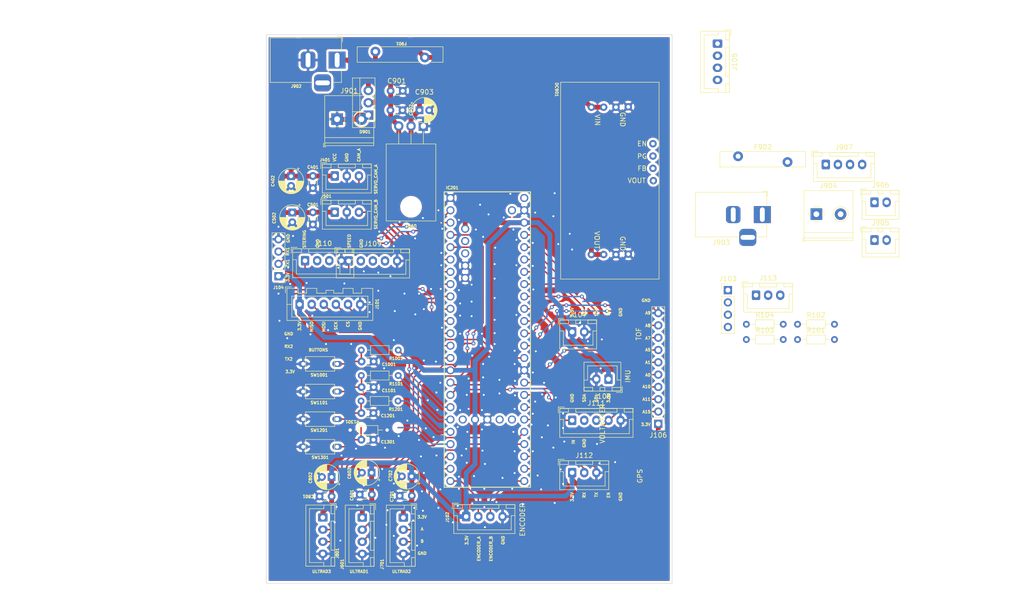
<source format=kicad_pcb>
(kicad_pcb (version 20211014) (generator pcbnew)
  (layers (0 "F.Cu" signal) (31 "B.Cu" signal) (34 "B.Paste" user) (35 "F.Paste" user) (36 "B.SilkS" user "B.Silkscreen") (37 "F.SilkS" user "F.Silkscreen") (38 "B.Mask" user) (39 "F.Mask" user) (44 "Edge.Cuts" user))
  (net 0 "")
  (net 1 "/ULTRAD3_A")
  (net 2 "/ULTRAD3_B")
  (net 3 "/CAMERA_SERVO_A")
  (net 4 "/CAMERA_SERVO_B")
  (net 5 "/DISP_CS")
  (net 6 "/DISP_MOSI")
  (net 7 "/GPS_EN")
  (net 8 "+3.3V")
  (net 10 "GND")
  (net 11 "+5V")
  (net 12 "/DISP_MISO")
  (net 13 "/DISP_SCK")
  (net 14 "/IMU_SCL")
  (net 15 "/IMU_SDA")
  (net 16 "/TOF_SDA")
  (net 17 "/TOF_SCL")
  (net 18 "/BUTTON_A")
  (net 19 "/BUTTON_B")
  (net 20 "/BUTTON_C")
  (net 21 "/BUTTON_D")
  (net 22 "/ULTRAD2_A")
  (net 23 "/ULTRAD2_B")
  (net 24 "/ENCODER_A")
  (net 25 "/GPS_RX")
  (net 26 "/GPS_TX")
  (net 27 "/ULTRAD1_B")
  (net 28 "/ULTRAD1_A")
  (net 29 "/TOF_INT")
  (net 30 "/ENCODER_B")
  (net 31 "VCC")
  (net 32 "Net-(D901-Pad1)")
  (net 33 "Net-(D901-Pad3)")
  (net 34 "/SPEED1")
  (net 35 "/SPEED2")
  (net 36 "/Power/VIN_CONN")
  (net 37 "/Power/VIN_FUSE")
  (net 38 "/Power/VIN_CONN2")
  (net 43 "/Tensee/PROGRAM_NC")
  (net 44 "/Tensee/ON_OFF_NC")
  (net 45 "/STEERING1")
  (net 46 "/A0_NC")
  (net 47 "/A1_NC")
  (net 48 "/A6_NC")
  (net 49 "/A7_NC")
  (net 50 "/A10_NC")
  (net 51 "/A11_NC")
  (net 52 "/A15_NC")
  (net 53 "/V_USB_NC")
  (net 54 "/RX1_NC")
  (net 55 "/D-_NC")
  (net 56 "/D+_NC")
  (net 57 "/TX2_NC")
  (net 58 "/RX2_NC")
  (net 59 "/TX1_NC")
  (net 60 "/STEERING2")
  (net 61 "/A16_NC")
  (net 66 "Net-(J112-Pad1)")
  (net 67 "Net-(R1001-Pad2)")
  (net 68 "Net-(R1101-Pad2)")
  (net 69 "Net-(R1201-Pad2)")
  (net 70 "Net-(R1301-Pad2)")
  (footprint "TerminalBlock_Philmore:TerminalBlock_Philmore_TB132_1x02_P5.00mm_Horizontal" (layer "F.Cu") (at 113.5 54.6)
    (fp_text reference "J901")
    (fp_text value "ARK 5mm")
  )
  (footprint "Connector_JST:JST_XH_B4B-XH-A_1x04_P2.50mm_Vertical" (layer "F.Cu") (at 106.88 83.795)
    (fp_text reference "J110")
    (fp_text value "JST 2.56mm")
  )
  (footprint "Package_TO_SOT_THT:TO-220-3_Horizontal_TabDown" (layer "F.Cu") (at 131.29 56.02 180)
    (fp_text reference "U901")
    (fp_text value "AZ1117-3.3")
  )
  (footprint "Capacitor_THT:C_Disc_D3.0mm_W1.6mm_P2.50mm" (layer "F.Cu") (at 108.5 66.32 -90)
    (fp_text reference "C401")
    (fp_text value "100nF")
  )
  (footprint "Fuse:Fuse_Bourns_MF-RHT1000" (layer "F.Cu") (at 196.25 62.25)
    (fp_text reference "F902")
    (fp_text value "Fuse")
  )
  (footprint "Connector_JST:JST_XH_B4B-XH-A_1x04_P2.50mm_Vertical" (layer "F.Cu") (at 118.6875 136.8125 -90)
    (fp_text reference "J601")
    (fp_text value "JST 2.56mm")
  )
  (footprint "Tact Switch 3x6 mm  5 mm THT:DIP-2_236_ELL" (layer "F.Cu") (at 110 122.2 90)
    (fp_text reference "SW1301")
    (fp_text value "SW_Push")
  )
  (footprint "Connector_JST:JST_XH_B2B-XH-A_1x02_P2.50mm_Vertical" (layer "F.Cu") (at 224.4 71.75)
    (fp_text reference "J906")
    (fp_text value "JST 2.54mm")
  )
  (footprint "Resistor_THT:R_Axial_DIN0204_L3.6mm_D1.6mm_P7.62mm_Horizontal" (layer "F.Cu") (at 197.95 96.92)
    (fp_text reference "R104")
    (fp_text value "4.7k")
  )
  (footprint "Package_TO_SOT_THT:TO-220-3_Vertical" (layer "F.Cu") (at 119.945 53.75 90)
    (fp_text reference "D901")
    (fp_text value "D_Schottky_Dual_CommonCathode_AAK")
  )
  (footprint "Connector_JST:JST_XH_B3B-XH-A_1x03_P2.50mm_Vertical" (layer "F.Cu") (at 113 66.32)
    (fp_text reference "J401")
    (fp_text value "Conn_01x03_Male")
  )
  (footprint "Connector_JST:JST_XH_B3B-XH-A_1x03_P2.50mm_Vertical" (layer "F.Cu") (at 162 127.545)
    (fp_text reference "J112")
    (fp_text value "JST 2.56mm")
  )
  (footprint "Capacitor_THT:CP_Radial_D5.0mm_P2.00mm" (layer "F.Cu") (at 104.25 73.864888 -90)
    (fp_text reference "C502")
    (fp_text value "10uF")
  )
  (footprint "Tact Switch 3x6 mm  5 mm THT:DIP-2_236_ELL" (layer "F.Cu") (at 110 116.5 90)
    (fp_text reference "SW1201")
    (fp_text value "SW_Push")
  )
  (footprint "Capacitor_THT:C_Disc_D3.0mm_W1.6mm_P2.50mm" (layer "F.Cu") (at 118.5 120.75)
    (fp_text reference "C1301")
    (fp_text value "100nF")
  )
  (footprint "KiCad:TEENSY41" (layer "F.Cu") (at 136.88 75.94 -90)
    (fp_text reference "IC201")
    (fp_text value "TEENSY_4.1" hide)
  )
  (footprint "Connector_JST:JST_XH_B2B-XH-A_1x02_P2.50mm_Vertical" (layer "F.Cu") (at 162 98.5)
    (fp_text reference "J107")
    (fp_text value "JST 2.56mm")
  )
  (footprint "Resistor_THT:R_Axial_DIN0204_L3.6mm_D1.6mm_P7.62mm_Horizontal" (layer "F.Cu") (at 126.11 107.5 180)
    (fp_text reference "R1101")
    (fp_text value "100R")
  )
  (footprint "Connector_PinHeader_2.54mm:PinHeader_1x10_P2.54mm_Vertical" (layer "F.Cu") (at 179.775 117.475 180)
    (fp_text reference "J106")
    (fp_text value "Conn_01x10_Male")
  )
  (footprint "Connector_JST:JST_XH_B2B-XH-A_1x02_P2.50mm_Vertical" (layer "F.Cu") (at 224.4 79.55)
    (fp_text reference "J905")
    (fp_text value "JST 2.54mm")
  )
  (footprint "Connector_JST:JST_XH_B3B-XH-A_1x03_P2.50mm_Vertical" (layer "F.Cu") (at 113 73.795)
    (fp_text reference "J501")
    (fp_text value "Conn_01x03_Male")
  )
  (footprint "Tact Switch 3x6 mm  5 mm THT:DIP-2_236_ELL" (layer "F.Cu") (at 110 110.8 90)
    (fp_text reference "SW1101")
    (fp_text value "SW_Push")
  )
  (footprint "Connector_JST:JST_XH_B4B-XH-A_1x04_P2.50mm_Vertical" (layer "F.Cu") (at 140.13 136.605)
    (fp_text reference "J102")
    (fp_text value "JST 2.56mm")
  )
  (footprint "Capacitor_THT:C_Disc_D3.0mm_W1.6mm_P2.50mm" (layer "F.Cu") (at 124.544888 48.75)
    (fp_text reference "C901")
    (fp_text value "100nF")
  )
  (footprint "Connector_JST:JST_XH_B5B-XH-A_1x05_P2.50mm_Vertical" (layer "F.Cu") (at 162 116.75)
    (fp_text reference "J111")
    (fp_text value "JST 2.56mm")
  )
  (footprint "D24V90F5:D24V90F5" (layer "F.Cu") (at 159.6272 46.966 -90)
    (fp_text reference "DC901")
    (fp_text value "D24V90F5")
  )
  (footprint "Connector_PinHeader_2.54mm:PinHeader_1x04_P2.54mm_Vertical" (layer "F.Cu") (at 194.15 89.87)
    (fp_text reference "J103")
    (fp_text value "JST 2.56mm")
  )
  (footprint "Resistor_THT:R_Axial_DIN0204_L3.6mm_D1.6mm_P7.62mm_Horizontal" (layer "F.Cu") (at 208.52 96.92)
    (fp_text reference "R102")
    (fp_text value "4.7k")
  )
  (footprint "Capacitor_THT:C_Disc_D3.0mm_W1.6mm_P2.50mm" (layer "F.Cu") (at 118.5 115.25)
    (fp_text reference "C1201")
    (fp_text value "100nF")
  )
  (footprint "Capacitor_THT:CP_Radial_D5.0mm_P2.00mm" (layer "F.Cu") (at 130.5 52.75)
    (fp_text reference "C903")
    (fp_text value "10uF")
  )
  (footprint "Capacitor_THT:C_Disc_D3.0mm_W1.6mm_P2.50mm" (layer "F.Cu") (at 128.9125 132.3125 180)
    (fp_text reference "C701")
    (fp_text value "100nF")
  )
  (footprint "Resistor_THT:R_Axial_DIN0204_L3.6mm_D1.6mm_P7.62mm_Horizontal" (layer "F.Cu") (at 126.11 102.25 180)
    (fp_text reference "R1001")
    (fp_text value "100R")
  )
  (footprint "Capacitor_THT:C_Disc_D3.0mm_W1.6mm_P2.50mm" (layer "F.Cu") (at 112.367613 132.4425 180)
    (fp_text reference "C801")
    (fp_text value "100nF")
  )
  (footprint "Tact Switch 3x6 mm  5 mm THT:DIP-2_236_ELL" (layer "F.Cu") (at 110 105.1 90)
    (fp_text reference "SW1001")
    (fp_text value "SW_Push")
  )
  (footprint "Capacitor_THT:C_Disc_D3.0mm_W1.6mm_P2.50mm" (layer "F.Cu") (at 108.5 73.82 -90)
    (fp_text reference "C501")
    (fp_text value "100nF")
  )
  (footprint "Fuse:Fuse_Bourns_MF-RHT1000" (layer "F.Cu") (at 121.4 40.65)
    (fp_text reference "F901")
    (fp_text value "Fuse")
  )
  (footprint "Capacitor_THT:CP_Radial_D5.0mm_P2.00mm" (layer "F.Cu") (at 112.367613 128.4425 180)
    (fp_text reference "C802")
    (fp_text value "10uF")
  )
  (footprint "Capacitor_THT:C_Disc_D3.0mm_W1.6mm_P2.50mm" (layer "F.Cu") (at 124.5 52.75)
    (fp_text reference "C902")
    (fp_text value "100nF")
  )
  (footprint "Connector_JST:JST_XH_B2B-XH-A_1x02_P2.50mm_Vertical" (layer "F.Cu") (at 169.5 108.25 180)
    (fp_text reference "J108")
    (fp_text value "JST 2.56mm")
  )
  (footprint "Capacitor_THT:C_Disc_D3.0mm_W1.6mm_P2.50mm" (layer "F.Cu") (at 120.6625 132.0625 180)
    (fp_text reference "C601")
    (fp_text value "100nF")
  )
  (footprint "Connector_JST:JST_XH_B4B-XH-A_1x04_P2.50mm_Vertical" (layer "F.Cu") (at 127.1625 136.8125 -90)
    (fp_text reference "J701")
    (fp_text value "JST 2.56mm")
  )
  (footprint "Capacitor_THT:C_Disc_D3.0mm_W1.6mm_P2.50mm" (layer "F.Cu") (at 118.54 104.6)
    (fp_text reference "C1001")
    (fp_text value "100nF")
  )
  (footprint "Connector_BarrelJack:BarrelJack_Horizontal" (layer "F.Cu") (at 201.25 74.2925)
    (fp_text reference "J903")
    (fp_text value "Barrel_Jack_MountingPin")
  )
  (footprint "Resistor_THT:R_Axial_DIN0204_L3.6mm_D1.6mm_P7.62mm_Horizontal" (layer "F.Cu") (at 197.95 100.07)
    (fp_text reference "R103")
    (fp_text value "4.7k")
  )
  (footprint "Capacitor_THT:CP_Radial_D5.0mm_P2.00mm" (layer "F.Cu") (at 128.867613 128.3125 180)
    (fp_text reference "C702")
    (fp_text value "10uF")
  )
  (footprint "Connector_JST:JST_XH_B5B-XH-A_1x05_P2.50mm_Vertical" (layer "F.Cu") (at 115.88 83.855)
    (fp_text reference "J109")
    (fp_text value "JST 2.56mm")
  )
  (footprint "Connector_JST:JST_XH_B4B-XH-A_1x04_P2.50mm_Vertical" (layer "F.Cu") (at 192 39 -90)
    (fp_text reference "J105")
    (fp_text value "JST 2.56mm")
  )
  (footprint "Capacitor_THT:C_Disc_D3.0mm_W1.6mm_P2.50mm" (layer "F.Cu") (at 118.54 109.9)
    (fp_text reference "C1101")
    (fp_text value "100nF")
  )
  (footprint "Connector_JST:JST_XH_B3B-XH-A_1x03_P2.50mm_Vertical" (layer "F.Cu") (at 199.95 90.92)
    (fp_text reference "J113")
    (fp_text value "JST 2.56mm")
  )
  (footprint "Connector_JST:JST_XH_B4B-XH-A_1x04_P2.50mm_Vertical" (layer "F.Cu") (at 214.35 63.95)
    (fp_text reference "J907")
    (fp_text value "JST 2.56mm")
  )
  (footprint "Resistor_THT:R_Axial_DIN0204_L3.6mm_D1.6mm_P7.62mm_Horizontal" (layer "F.Cu") (at 126.06 112.75 180)
    (fp_text reference "R1201")
    (fp_text value "100R")
  )
  (footprint "Capacitor_THT:CP_Radial_D5.0mm_P2.00mm" (layer "F.Cu") (at 104 66.364888 -90)
    (fp_text reference "C402")
    (fp_text value "10uF")
  )
  (footprint "Connector_BarrelJack:BarrelJack_Horizontal" (layer "F.Cu") (at 113.5 42.4)
    (fp_text reference "J902")
    (fp_text value "Barrel_Jack_MountingPin")
  )
  (footprint "Capacitor_THT:CP_Radial_D5.0mm_P2.00mm" (layer "F.Cu") (at 120.617612 127.5625 180)
    (fp_text reference "C602")
    (fp_text value "10uF")
  )
  (footprint "Resistor_THT:R_Axial_DIN0204_L3.6mm_D1.6mm_P7.62mm_Horizontal" (layer "F.Cu") (at 116.19 118.75)
    (fp_text reference "R1301")
    (fp_text value "100R")
  )
  (footprint "Resistor_THT:R_Axial_DIN0204_L3.6mm_D1.6mm_P7.62mm_Horizontal" (layer "F.Cu") (at 208.52 100.07)
    (fp_text reference "R101")
    (fp_text value "4.7k")
  )
  (footprint "Connector_PinHeader_2.54mm:PinHeader_1x04_P2.54mm_Vertical" (layer "F.Cu") (at 101.4 87 180)
    (fp_text reference "J104")
    (fp_text value "JST 2.56mm")
  )
  (footprint "TerminalBlock_Philmore:TerminalBlock_Philmore_TB132_1x02_P5.00mm_Horizontal" (layer "F.Cu") (at 212.4 74.2)
    (fp_text reference "J904")
    (fp_text value "ARK 5mm")
  )
  (footprint "Connector_JST:JST_XH_B4B-XH-A_1x04_P2.50mm_Vertical" (layer "F.Cu") (at 110.5525 136.7925 -90)
    (fp_text reference "J801")
    (fp_text value "JST 2.56mm")
  )
  (footprint "Connector_JST:JST_XA_B06B-XASK-1_1x06_P2.50mm_Vertical" (layer "F.Cu") (at 105.75 92.82)
    (fp_text reference "J101")
    (fp_text value "JST 2.56mm")
  )
  (gr_rect (start 98.88 37.18) (end 182.63 150.38) (layer "Edge.Cuts") (width 0.1) (fill none))
  (gr_text "TOF" (at 175.75 98.93 90) (layer "F.SilkS") (effects (font (size 1 1))))
  (gr_text "RX2" (at 103.5 101.5) (layer "F.SilkS") (effects (font (size 0.6 0.6))))
  (gr_text "A10" (at 177.342857 109.8) (layer "F.SilkS") (effects (font (size 0.6 0.6))))
  (gr_text "B" (at 131.0325 141.6925) (layer "F.SilkS") (effects (font (size 0.6 0.6))))
  (gr_text "SCL" (at 167 112.155 90) (layer "F.SilkS") (effects (font (size 0.6 0.6))))
  (gr_text "GND" (at 177.257143 92) (layer "F.SilkS") (effects (font (size 0.6 0.6))))
  (gr_text "GND" (at 147.75 141.5 90) (layer "F.SilkS") (effects (font (size 0.6 0.6))))
  (gr_text "GND" (at 172 94.43 90) (layer "F.SilkS") (effects (font (size 0.6 0.6))))
  (gr_text "GND" (at 118.5 80.25 90) (layer "F.SilkS") (effects (font (size 0.6 0.6))))
  (gr_text "RX" (at 164.5 132.171429 90) (layer "F.SilkS") (effects (font (size 0.6 0.6))))
  (gr_text "GND" (at 103.4 79.2 90) (layer "F.SilkS") (effects (font (size 0.6 0.6))))
  (gr_text "3.3V" (at 103.8 106.7) (layer "F.SilkS") (effects (font (size 0.6 0.6))))
  (gr_text "A15" (at 177.342857 115) (layer "F.SilkS") (effects (font (size 0.6 0.6))))
  (gr_text "SDA" (at 167 94.43 90) (layer "F.SilkS") (effects (font (size 0.6 0.6))))
  (gr_text "VOLTMETER\n" (at 168.25 117.455 90) (layer "F.SilkS") (effects (font (size 1 1))))
  (gr_text "ULTRAD3" (at 110.2825 147.9425) (layer "F.SilkS") (effects (font (size 0.6 0.6))))
  (gr_text "A0" (at 177.628572 107.4) (layer "F.SilkS") (effects (font (size 0.6 0.6))))
  (gr_text "ULTRAD1" (at 118.0325 147.9425) (layer "F.SilkS") (effects (font (size 0.6 0.6))))
  (gr_text "SERVO_CAM_B" (at 121.5 74.25 90) (layer "F.SilkS") (effects (font (size 0.6 0.6))))
  (gr_text "A5" (at 177.628572 102.2) (layer "F.SilkS") (effects (font (size 0.6 0.6))))
  (gr_text "GND" (at 103.5 98.9) (layer "F.SilkS") (effects (font (size 0.6 0.6))))
  (gr_text "GND" (at 164.5 121.455 90) (layer "F.SilkS") (effects (font (size 0.6 0.6))))
  (gr_text "TX2" (at 103.5 104.1) (layer "F.SilkS") (effects (font (size 0.6 0.6))))
  (gr_text "IMU\n" (at 173.5 107.655 90) (layer "F.SilkS") (effects (font (size 1 1))))
  (gr_text "ULTRAD2" (at 126.7825 147.9425) (layer "F.SilkS") (effects (font (size 0.6 0.6))))
  (gr_text "A7" (at 177.628572 99.8) (layer "F.SilkS") (effects (font (size 0.6 0.6))))
  (gr_text "INT" (at 169.5 94.43 90) (layer "F.SilkS") (effects (font (size 0.6 0.6))))
  (gr_text "SPEED" (at 116 79.75 90) (layer "F.SilkS") (effects (font (size 0.6 0.6))))
  (gr_text "3.3V" (at 162 132.557143 90) (layer "F.SilkS") (effects (font (size 0.6 0.6))))
  (gr_text "ENCODER_B\n" (at 145.25 143.25 90) (layer "F.SilkS") (effects (font (size 0.6 0.6))))
  (gr_text "BUTTONS" (at 109.62 102.22) (layer "F.SilkS") (effects (font (size 0.6 0.6))))
  (gr_text "GPS" (at 176 128.25 90) (layer "F.SilkS") (effects (font (size 1 1))))
  (gr_text "SCK" (at 113.25 97.221429 90) (layer "F.SilkS") (effects (font (size 0.6 0.6))))
  (gr_text "SDA" (at 164.5 112.155 90) (layer "F.SilkS") (effects (font (size 0.6 0.6))))
  (gr_text "A8" (at 177.628572 97.2) (layer "F.SilkS") (effects (font (size 0.6 0.6))))
  (gr_text "IN" (at 162.25 121.205 90) (layer "F.SilkS") (effects (font (size 0.6 0.6))))
  (gr_text "CS" (at 115.75 96.921429 90) (layer "F.SilkS") (effects (font (size 0.6 0.6))))
  (gr_text "MISO" (at 108.25 97.421429 90) (layer "F.SilkS") (effects (font (size 0.6 0.6))))
  (gr_text "GND" (at 172 132.5 90) (layer "F.SilkS") (effects (font (size 0.6 0.6))))
  (gr_text "SERVO_CAM_A" (at 121.5 67 90) (layer "F.SilkS") (effects (font (size 0.6 0.6))))
  (gr_text "CAM_A" (at 118 62 90) (layer "F.SilkS") (effects (font (size 0.6 0.6))))
  (gr_text "3.3V" (at 105.75 97.307143 90) (layer "F.SilkS") (effects (font (size 0.6 0.6))))
  (gr_text "RX1" (at 103.3 81.9 90) (layer "F.SilkS") (effects (font (size 0.6 0.6))))
  (gr_text "A1" (at 177.628572 104.8) (layer "F.SilkS") (effects (font (size 0.6 0.6))))
  (gr_text "GND" (at 109.5 80.25 90) (layer "F.SilkS") (effects (font (size 0.6 0.6))))
  (gr_text "A" (at 131.0325 139.1925) (layer "F.SilkS") (effects (font (size 0.6 0.6))))
  (gr_text "A11" (at 177.342857 112.4) (layer "F.SilkS") (effects (font (size 0.6 0.6))))
  (gr_text "SCL" (at 164.5 94.43 90) (layer "F.SilkS") (effects (font (size 0.6 0.6))))
  (gr_text "A9" (at 177.628572 94.6) (layer "F.SilkS") (effects (font (size 0.6 0.6))))
  (gr_text "TX" (at 167 132.1 90) (layer "F.SilkS") (effects (font (size 0.6 0.6))))
  (gr_text "VCC" (at 113 62.5 90) (layer "F.SilkS") (effects (font (size 0.6 0.6))))
  (gr_text "3.3V" (at 177.2 117.6) (layer "F.SilkS") (effects (font (size 0.6 0.6))))
  (gr_text "GND" (at 131.0325 144.1925) (layer "F.SilkS") (effects (font (size 0.6 0.6))))
  (gr_text "GND" (at 162 112.155 90) (layer "F.SilkS") (effects (font (size 0.6 0.6))))
  (gr_text "3.3V" (at 140.25 141.5 90) (layer "F.SilkS") (effects (font (size 0.6 0.6))))
  (gr_text "3.3V" (at 169.5 112.155 90) (layer "F.SilkS") (effects (font (size 0.6 0.6))))
  (gr_text "ENCODER" (at 151.75 137.25 90) (layer "F.SilkS") (effects (font (size 1 1))))
  (gr_text "ENCODER_A\n" (at 142.75 143.25 90) (layer "F.SilkS") (effects (font (size 0.6 0.6))))
  (gr_text "MOSI" (at 110.75 97.421429 90) (layer "F.SilkS") (effects (font (size 0.6 0.6))))
  (gr_text "3.3V" (at 103.3 87.2 90) (layer "F.SilkS") (effects (font (size 0.6 0.6))))
  (gr_text "GND" (at 118.25 97.25 90) (layer "F.SilkS") (effects (font (size 0.6 0.6))))
  (gr_text "EN" (at 169.5 132.171429 90) (layer "F.SilkS") (effects (font (size 0.6 0.6))))
  (gr_text "3.3V" (at 131.0325 136.6925) (layer "F.SilkS") (effects (font (size 0.6 0.6))))
  (gr_text "TX1" (at 103.3 84.3 90) (layer "F.SilkS") (effects (font (size 0.6 0.6))))
  (gr_text "STERING" (at 106.75 79.321428 90) (layer "F.SilkS") (effects (font (size 0.6 0.6))))
  (gr_text "GND" (at 115.5 62.5 90) (layer "F.SilkS") (effects (font (size 0.6 0.6))))
  (gr_text "3.3V" (at 162 94.43 90) (layer "F.SilkS") (effects (font (size 0.6 0.6))))
  (segment (start 118.9 110.885) (end 118.88 110.905) (width 0.3) (layer "B.Cu") (net 0))
  (segment (start 141.23 78.48) (end 141.38 78.63) (width 0.3) (layer "F.Cu") (net 1))
  (segment (start 129.25 108) (end 131.25 106) (width 0.3) (layer "F.Cu") (net 1))
  (segment (start 143.63 82.88) (end 143.63 96.63) (width 0.3) (layer "F.Cu") (net 1))
  (segment (start 135.5125 105.2375) (end 137.369808 105.2375) (width 0.3) (layer "F.Cu") (net 1))
  (segment (start 141.38 78.63) (end 143.63 80.88) (width 0.3) (layer "F.Cu") (net 1))
  (segment (start 137.821154 105.688846) (end 139.38 104.13) (width 0.3) (layer "F.Cu") (net 1))
  (segment (start 143.63 96.63) (end 141.88 98.38) (width 0.3) (layer "F.Cu") (net 1))
  (segment (start 139.38 101.38) (end 139.88 100.88) (width 0.3) (layer "F.Cu") (net 1))
  (segment (start 114.5 137.75) (end 114.5 126) (width 0.3) (layer "F.Cu") (net 1))
  (segment (start 137.369808 105.2375) (end 137.821154 105.688846) (width 0.3) (layer "F.Cu") (net 1))
  (segment (start 143.63 80.88) (end 143.63 82.88) (width 0.3) (layer "F.Cu") (net 1))
  (segment (start 110.5525 139.2925) (end 112.9575 139.2925) (width 0.3) (layer "F.Cu") (net 1))
  (segment (start 124.25 123.75) (end 129.25 118.75) (width 0.3) (layer "F.Cu") (net 1))
  (segment (start 134.75 106) (end 135.5125 105.2375) (width 0.3) (layer "F.Cu") (net 1))
  (segment (start 139.38 104.13) (end 139.38 101.38) (width 0.3) (layer "F.Cu") (net 1))
  (segment (start 129.25 118.75) (end 129.25 108) (width 0.3) (layer "F.Cu") (net 1))
  (segment (start 114.5 126) (end 116.75 123.75) (width 0.3) (layer "F.Cu") (net 1))
  (segment (start 112.9575 139.2925) (end 114.5 137.75) (width 0.3) (layer "F.Cu") (net 1))
  (segment (start 141.88 98.38) (end 141.63 98.63) (width 0.3) (layer "F.Cu") (net 1))
  (segment (start 139.88 100.88) (end 141.63 100.88) (width 0.3) (layer "F.Cu") (net 1))
  (segment (start 136.88 78.48) (end 141.23 78.48) (width 0.3) (layer "F.Cu") (net 1))
  (segment (start 116.75 123.75) (end 124.25 123.75) (width 0.3) (layer "F.Cu") (net 1))
  (segment (start 141.63 98.63) (end 141.63 98.88) (width 0.3) (layer "F.Cu") (net 1))
  (segment (start 131.25 106) (end 134.75 106) (width 0.3) (layer "F.Cu") (net 1))
  (via (at 141.63 100.88) (size 0.8) (drill 0.4) (layers "F.Cu" "B.Cu") (net 1))
  (via (at 141.63 98.88) (size 0.8) (drill 0.4) (layers "F.Cu" "B.Cu") (net 1))
  (segment (start 141.63 98.88) (end 141.63 100.88) (width 0.3) (layer "B.Cu") (net 1))
  (segment (start 142.38 96.63) (end 140.38 98.63) (width 0.3) (layer "F.Cu") (net 2))
  (segment (start 115.5 126.25) (end 117.25 124.5) (width 0.3) (layer "F.Cu") (net 2))
  (segment (start 142.38 81.88) (end 142.38 96.63) (width 0.3) (layer "F.Cu") (net 2))
  (segment (start 140.38 98.63) (end 140.38 98.88) (width 0.3) (layer "F.Cu") (net 2))
  (segment (start 138.9075 107.6025) (end 140.38 106.13) (width 0.3) (layer "F.Cu") (net 2))
  (segment (start 111.9575 141.7925) (end 115.5 138.25) (width 0.3) (layer "F.Cu") (net 2))
  (segment (start 117.25 124.5) (end 124.75 124.5) (width 0.3) (layer "F.Cu") (net 2))
  (segment (start 136.88 81.02) (end 141.52 81.02) (width 0.3) (layer "F.Cu") (net 2))
  (segment (start 130.25 109.25) (end 131.8975 107.6025) (width 0.3) (layer "F.Cu") (net 2))
  (segment (start 131.8975 107.6025) (end 138.9075 107.6025) (width 0.3) (layer "F.Cu") (net 2))
  (segment (start 130.25 119) (end 130.25 109.25) (width 0.3) (layer "F.Cu") (net 2))
  (segment (start 141.52 81.02) (end 142.38 81.88) (width 0.3) (layer "F.Cu") (net 2))
  (segment (start 140.38 106.13) (end 140.38 101.88) (width 0.3) (layer "F.Cu") (net 2))
  (segment (start 110.5525 141.7925) (end 111.9575 141.7925) (width 0.3) (layer "F.Cu") (net 2))
  (segment (start 115.5 138.25) (end 115.5 126.25) (width 0.3) (layer "F.Cu") (net 2))
  (segment (start 124.75 124.5) (end 130.25 119) (width 0.3) (layer "F.Cu") (net 2))
  (via (at 140.38 98.88) (size 0.8) (drill 0.4) (layers "F.Cu" "B.Cu") (net 2))
  (via (at 140.38 101.88) (size 0.8) (drill 0.4) (layers "F.Cu" "B.Cu") (net 2))
  (segment (start 140.38 98.88) (end 140.38 101.88) (width 0.3) (layer "B.Cu") (net 2))
  (segment (start 118 69.25) (end 118 66.32) (width 0.3) (layer "F.Cu") (net 3))
  (segment (start 136.88 83.56) (end 132.31 83.56) (width 0.3) (layer "F.Cu") (net 3))
  (segment (start 132.31 83.56) (end 118 69.25) (width 0.3) (layer "F.Cu") (net 3))
  (segment (start 120.045 73.795) (end 132.35 86.1) (width 0.3) (layer "F.Cu") (net 4))
  (segment (start 132.35 86.1) (end 136.88 86.1) (width 0.3) (layer "F.Cu") (net 4))
  (segment (start 118 73.795) (end 120.045 73.795) (width 0.3) (layer "F.Cu") (net 4))
  (segment (start 118.03 95.6) (end 129.1 95.6) (width 0.3) (layer "F.Cu") (net 5))
  (segment (start 115.75 92.82) (end 115.75 93.32) (width 0.3) (layer "F.Cu") (net 5))
  (segment (start 129.1 95.6) (end 132.3 98.8) (width 0.3) (layer "F.Cu") (net 5))
  (segment (start 115.75 93.32) (end 118.03 95.6) (width 0.3) (layer "F.Cu") (net 5))
  (segment (start 132.3 98.8) (end 136.88 98.8) (width 0.3) (layer "F.Cu") (net 5))
  (segment (start 130.52 101.34) (end 136.88 101.34) (width 0.3) (layer "F.Cu") (net 6))
  (segment (start 110.75 92.82) (end 115.53 97.6) (width 0.3) (layer "F.Cu") (net 6))
  (segment (start 115.53 97.6) (end 126.78 97.6) (width 0.3) (layer "F.Cu") (net 6))
  (segment (start 126.78 97.6) (end 130.52 101.34) (width 0.3) (layer "F.Cu") (net 6))
  (segment (start 169.5 126) (end 165.88 122.38) (width 0.3) (layer "F.Cu") (net 7))
  (segment (start 159.88 122.38) (end 154.08 116.58) (width 0.3) (layer "F.Cu") (net 7))
  (segment (start 169.5 127.545) (end 169.5 126) (width 0.3) (layer "F.Cu") (net 7))
  (segment (start 165.88 122.38) (end 159.88 122.38) (width 0.3) (layer "F.Cu") (net 7))
  (segment (start 154.08 116.58) (end 152.12 116.58) (width 0.3) (layer "F.Cu") (net 7))
  (segment (start 115.88 83.855) (end 115.88 85.38) (width 0.3) (layer "F.Cu") (net 8))
  (segment (start 171 94.2) (end 174.4 97.6) (width 0.3) (layer "F.Cu") (net 8))
  (segment (start 128.75 56.02) (end 128.75 54.5) (width 1) (layer "F.Cu") (net 8))
  (segment (start 112.367613 132.4425) (end 112.367613 128.4425) (width 1) (layer "F.Cu") (net 8))
  (segment (start 108.13 86.63) (end 115.13 86.63) (width 0.3) (layer "F.Cu") (net 8))
  (segment (start 135.1 60.5) (end 146 71.4) (width 1) (layer "F.Cu") (net 8))
  (segment (start 152.08 75.98) (end 152.12 75.94) (width 1) (layer "F.Cu") (net 8))
  (segment (start 174.4 103.8) (end 177.915 107.315) (width 0.3) (layer "F.Cu") (net 8))
  (segment (start 106.6 95.6) (end 106.6 102.2) (width 1) (layer "F.Cu") (net 8))
  (segment (start 120.617612 127.5625) (end 120.617612 132.017612) (width 1) (layer "F.Cu") (net 8))
  (segment (start 175.8 130.6) (end 179.775 126.625) (width 1) (layer "F.Cu") (net 8))
  (segment (start 124.14 88.64) (end 136.88 88.64) (width 0.3) (layer "F.Cu") (net 8))
  (segment (start 152.12 101.34) (end 153.46 101.34) (width 0.3) (layer "F.Cu") (net 8))
  (segment (start 122.88 87.38) (end 124.14 88.64) (width 0.3) (layer "F.Cu") (net 8))
  (segment (start 127.1625 135.0625) (end 128.9125 133.3125) (width 1) (layer "F.Cu") (net 8))
  (segment (start 128.9125 128.357387) (end 128.867613 128.3125) (width 1) (layer "F.Cu") (net 8))
  (segment (start 179.775 126.625) (end 179.775 117.475) (width 1) (layer "F.Cu") (net 8))
  (segment (start 118.6875 135.2875) (end 120.6625 133.3125) (width 1) (layer "F.Cu") (net 8))
  (segment (start 110.5525 135.6975) (end 112.367613 133.882387) (width 1) (layer "F.Cu") (net 8))
  (segment (start 115.13 86.63) (end 116.7 88.2) (width 0.3) (layer "F.Cu") (net 8))
  (segment (start 115.88 85.38) (end 117.88 87.38) (width 0.3) (layer "F.Cu") (net 8))
  (segment (start 110.5525 136.7925) (end 110.5525 135.6975) (width 1) (layer "F.Cu") (net 8))
  (segment (start 155.4 99.4) (end 155.4 99) (width 0.3) (layer "F.Cu") (net 8))
  (segment (start 123.38 89.63) (end 131.13 89.63) (width 0.3) (layer "F.Cu") (net 8))
  (segment (start 147.424365 75.98) (end 152.08 75.98) (width 1) (layer "F.Cu") (net 8))
  (segment (start 131.3 60.5) (end 135.1 60.5) (width 1) (layer "F.Cu") (net 8))
  (segment (start 120.6625 133.3125) (end 120.6625 132.0625) (width 1) (layer "F.Cu") (net 8))
  (segment (start 130.5 48.544888) (end 130.544888 48.5) (width 1) (layer "F.Cu") (net 8))
  (segment (start 117.88 87.38) (end 122.88 87.38) (width 0.3) (layer "F.Cu") (net 8))
  (segment (start 106.6 102.2) (end 102.2 106.6) (width 1) (layer "F.Cu") (net 8))
  (segment (start 128.75 56.02) (end 128.75 57.95) (width 1) (layer "F.Cu") (net 8))
  (segment (start 158.9005 94.2) (end 160.8 94.2) (width 0.3) (layer "F.Cu") (net 8))
  (segment (start 133 94.2) (end 135.06 96.26) (width 0.3) (layer "F.Cu") (net 8))
  (segment (start 146 71.4) (end 146 74.555635) (width 1) (layer "F.Cu") (net 8))
  (segment (start 118.6875 136.8125) (end 118.6875 135.2875) (width 1) (layer "F.Cu") (net 8))
  (segment (start 163.6 130.6) (end 175.8 130.6) (width 1) (layer "F.Cu") (net 8))
  (segment (start 106.88 85.38) (end 108.13 86.63) (width 0.3) (layer "F.Cu") (net 8))
  (segment (start 128.75 57.95) (end 131.3 60.5) (width 1) (layer "F.Cu") (net 8))
  (segment (start 162 127.545) (end 162 129) (width 1) (layer "F.Cu") (net 8))
  (segment (start 169.2 94.2) (end 171 94.2) (width 0.3) (layer "F.Cu") (net 8))
  (segment (start 127.1625 136.8125) (end 127.1625 135.0625) (width 1) (layer "F.Cu") (net 8))
  (segment (start 105.75 92.82) (end 105.75 94.75) (width 1) (layer "F.Cu") (net 8))
  (segment (start 128.75 54.5) (end 130.5 52.75) (width 1) (layer "F.Cu") (net 8))
  (segment (start 102.2 106.6) (end 101.2 106.6) (width 1) (layer "F.Cu") (net 8))
  (segment (start 130.5 52.75) (end 130.5 48.544888) (width 1) (layer "F.Cu") (net 8))
  (segment (start 162 129) (end 163.6 130.6) (width 1) (layer "F.Cu") (net 8))
  (segment (start 177.915 107.315) (end 179.775 107.315) (width 0.3) (layer "F.Cu") (net 8))
  (segment (start 106.88 83.795) (end 106.88 85.38) (width 0.3) (layer "F.Cu") (net 8))
  (segment (start 112.367613 133.882387) (end 112.367613 132.4425) (width 1) (layer "F.Cu") (net 8))
  (segment (start 105.75 94.75) (end 106.6 95.6) (width 1) (layer "F.Cu") (net 8))
  (segment (start 174.4 97.6) (end 174.4 103.8) (width 0.3) (layer "F.Cu") (net 8))
  (segment (start 133 93.4) (end 133 94.2) (width 0.3) (layer "F.Cu") (net 8))
  (segment (start 121.95 88.2) (end 123.38 89.63) (width 0.3) (layer "F.Cu") (net 8))
  (segment (start 128.9125 133.3125) (end 128.9125 132.3125) (width 1) (layer "F.Cu") (net 8))
  (segment (start 120.617612 132.017612) (end 120.6625 132.0625) (width 1) (layer "F.Cu") (net 8))
  (segment (start 146 74.555635) (end 147.424365 75.98) (width 1) (layer "F.Cu") (net 8))
  (segment (start 153.46 101.34) (end 155.4 99.4) (width 0.3) (layer "F.Cu") (net 8))
  (segment (start 128.9125 132.3125) (end 128.9125 128.357387) (width 1) (layer "F.Cu") (net 8))
  (segment (start 135.06 96.26) (end 136.88 96.26) (width 0.3) (layer "F.Cu") (net 8))
  (segment (start 116.7 88.2) (end 121.95 88.2) (width 0.3) (layer "F.Cu") (net 8))
  (via (at 158.9005 94.2) (size 0.8) (drill 0.4) (layers "F.Cu" "B.Cu") (net 8))
  (via (at 160.8 94.2) (size 0.8) (drill 0.4) (layers "F.Cu" "B.Cu") (net 8))
  (via (at 133 93.4) (size 0.8) (drill 0.4) (layers "F.Cu" "B.Cu") (net 8))
  (via (at 131.13 89.63) (size 0.8) (drill 0.4) (layers "F.Cu" "B.Cu") (net 8))
  (via (at 169.2 94.2) (size 0.8) (drill 0.4) (layers "F.Cu" "B.Cu") (net 8))
  (via (at 155.4 99) (size 0.8) (drill 0.4) (layers "F.Cu" "B.Cu") (net 8))
  (segment (start 160.8 94.2) (end 169.2 94.2) (width 0.3) (layer "B.Cu") (net 8))
  (segment (start 157.4 78.4) (end 154.94 75.94) (width 1) (layer "B.Cu") (net 8))
  (segment (start 159.75 93.5) (end 157.4 91.15) (width 1) (layer "B.Cu") (net 8))
  (segment (start 140.38 132.38) (end 140.13 132.13) (width 1) (layer "B.Cu") (net 8))
  (segment (start 104 87) (end 101.4 87) (width 1) (layer "B.Cu") (net 8))
  (segment (start 136.88 106.42) (end 141.92 106.42) (width 1) (layer "B.Cu") (net 8))
  (segment (start 112.367613 126.632387) (end 112.367613 128.4425) (width 1) (layer "B.Cu") (net 8))
  (segment (start 158.9005 94.2) (end 158.9005 95.4995) (width 0.3) (layer "B.Cu") (net 8))
  (segment (start 105.75 88.75) (end 104 87) (width 1) (layer "B.Cu") (net 8))
  (segment (start 105.75 94.5) (end 105.75 92.82) (width 1) (layer "B.Cu") (net 8))
  (segment (start 144.63 80.38) (end 144.63 92.37) (width 1) (layer "B.Cu") (net 8))
  (segment (start 141.96 116.58) (end 141.96 125.8) (width 1) (layer "B.Cu") (net 8))
  (segment (start 128.867613 128.3125) (end 128.867613 126.617613) (width 1) (layer "B.Cu") (net 8))
  (segment (start 133 91.5) (end 131.13 89.63) (width 0.3) (layer "B.Cu") (net 8))
  (segment (start 157.4 91.15) (end 157.4 78.4) (width 1) (layer "B.Cu") (net 8))
  (segment (start 140.13 127.63) (end 140.13 132.13) (width 1) (layer "B.Cu") (net 8))
  (segment (start 162 99.93) (end 165.07 103) (width 1) (layer "B.Cu") (net 8))
  (segment (start 120.617612 125.617612) (end 120.5 125.5) (width 1) (layer "B.Cu") (net 8))
  (segment (start 166.047082 103) (end 169.5 106.452918) (width 1) (layer "B.Cu") (net 8))
  (segment (start 141.96 125.8) (end 140.13 127.63) (width 1) (layer "B.Cu") (net 8))
  (segment (start 138.355 136.605) (end 140.13 136.605) (width 1) (layer "B.Cu") (net 8))
  (segment (start 162 131.01) (end 160.63 132.38) (width 1) (layer "B.Cu") (net 8))
  (segment (start 131.42 106.42) (end 129.63 104.63) (width 1) (layer "B.Cu") (net 8))
  (segment (start 160.63 132.38) (end 140.38 132.38) (width 1) (layer "B.Cu") (net 8))
  (segment (start 165.07 103) (end 166.047082 103) (width 1) (layer "B.Cu") (net 8))
  (segment (start 128.867613 128.3125) (end 130.0625 128.3125) (width 1) (layer "B.Cu") (net 8))
  (segment (start 158.9005 95.4995) (end 155.4 99) (width 0.3) (layer "B.Cu") (net 8))
  (segment (start 141.96 106.46) (end 141.96 116.58) (width 1) (layer "B.Cu") (net 8))
  (segment (start 120.5 125.5) (end 113.5 125.5) (width 1) (layer "B.Cu") (net 8))
  (segment (start 105.75 92.82) (end 105.75 88.75) (width 1) (layer "B.Cu") (net 8))
  (segment (start 129.63 104.63) (end 125.23 104.63) (width 1) (layer "B.Cu") (net 8))
  (segment (start 136.88 106.42) (end 131.42 106.42) (width 1) (layer "B.Cu") (net 8))
  (segment (start 120.23 99.63) (end 110.88 99.63) (width 1) (layer "B.Cu") (net 8))
  (segment (start 154.94 75.94) (end 152.12 75.94) (width 1) (layer "B.Cu") (net 8))
  (segment (start 130.0625 128.3125) (end 138.355 136.605) (width 1) (layer "B.Cu") (net 8))
  (segment (start 110.88 99.63) (end 105.75 94.5) (width 1) (layer "B.Cu") (net 8))
  (segment (start 140.13 132.13) (end 140.13 136.605) (width 1) (layer "B.Cu") (net 8))
  (segment (start 133 93.4) (end 133 91.5) (width 0.3) (layer "B.Cu") (net 8))
  (segment (start 128.867613 126.617613) (end 127.75 125.5) (width 1) (layer "B.Cu") (net 8))
  (segment (start 162 98.5) (end 159.75 96.25) (width 1) (layer "B.Cu") (net 8))
  (segment (start 162 98.5) (end 162 99.93) (width 1) (layer "B.Cu") (net 8))
  (segment (start 144.63 92.37) (end 144.63 101.88) (width 1) (layer "B.Cu") (net 8))
  (segment (start 149.07 75.94) (end 144.63 80.38) (width 1) (layer "B.Cu") (net 8))
  (segment (start 152.12 75.94) (end 149.07 75.94) (width 1) (layer "B.Cu") (net 8))
  (segment (start 162 127.545) (end 162 131.01) (width 1) (layer "B.Cu") (net 8))
  (segment (start 125.23 104.63) (end 120.23 99.63) (width 1) (layer "B.Cu") (net 8))
  (segment (start 159.75 96.25) (end 159.75 93.5) (width 1) (layer "B.Cu") (net 8))
  (segment (start 113.5 125.5) (end 112.367613 126.632387) (width 1) (layer "B.Cu") (net 8))
  (segment (start 144.63 101.88) (end 141.96 104.55) (width 1) (layer "B.Cu") (net 8))
  (segment (start 120.617612 127.5625) (end 120.617612 125.617612) (width 1) (layer "B.Cu") (net 8))
  (segment (start 169.5 106.452918) (end 169.5 108.25) (width 1) (layer "B.Cu") (net 8))
  (segment (start 141.96 104.55) (end 141.96 106.46) (width 1) (layer "B.Cu") (net 8))
  (segment (start 141.92 106.42) (end 141.96 106.46) (width 1) (layer "B.Cu") (net 8))
  (segment (start 127.75 125.5) (end 120.5 125.5) (width 1) (layer "B.Cu") (net 8))
  (segment (start 164.45 124.2) (end 167 126.75) (width 0.3) (layer "F.Cu") (net 10))
  (segment (start 155.08 78.48) (end 160.4 83.8) (width 0.3) (layer "F.Cu") (net 10))
  (segment (start 161.25 110) (end 160.25 109) (width 0.3) (layer "F.Cu") (net 10))
  (segment (start 156.6 97.6) (end 155.26 96.26) (width 0.3) (layer "F.Cu") (net 10))
  (segment (start 152.12 124.2) (end 164.45 124.2) (width 0.3) (layer "F.Cu") (net 10))
  (segment (start 171.16 86) (end 179.775 94.615) (width 0.3) (layer "F.Cu") (net 10))
  (segment (start 160.25 105.45) (end 156.6 101.8) (width 0.3) (layer "F.Cu") (net 10))
  (segment (start 165.4 86) (end 171.16 86) (width 0.3) (layer "F.Cu") (net 10))
  (segment (start 167 108.25) (end 167 109.5) (width 0.3) (layer "F.Cu") (net 10))
  (segment (start 155.26 96.26) (end 152.12 96.26) (width 0.3) (layer "F.Cu") (net 10))
  (segment (start 160.25 109) (end 160.25 105.45) (width 0.3) (layer "F.Cu") (net 10))
  (segment (start 167 126.75) (end 167 127.545) (width 0.3) (layer "F.Cu") (net 10))
  (segment (start 166.5 110) (end 161.25 110) (width 0.3) (layer "F.Cu") (net 10))
  (segment (start 160.4 83.8) (end 163.2 83.8) (width 0.3) (layer "F.Cu") (net 10))
  (segment (start 167 109.5) (end 166.5 110) (width 0.3) (layer "F.Cu") (net 10))
  (segment (start 163.2 83.8) (end 165.4 86) (width 0.3) (layer "F.Cu") (net 10))
  (segment (start 152.12 78.48) (end 155.08 78.48) (width 0.3) (layer "F.Cu") (net 10))
  (segment (start 156.6 101.8) (end 156.6 97.6) (width 0.3) (layer "F.Cu") (net 10))
  (via (at 116.4 101) (size 0.8) (drill 0.4) (layers "F.Cu" "B.Cu") (net 10))
  (via (at 122 130.2) (size 0.8) (drill 0.4) (layers "F.Cu" "B.Cu") (net 10))
  (via (at 101.6 96.2) (size 0.8) (drill 0.4) (layers "F.Cu" "B.Cu") (net 10))
  (via (at 127.4 90.6) (size 0.8) (drill 0.4) (layers "F.Cu" "B.Cu") (net 10))
  (via (at 154.88 128.13) (size 0.8) (drill 0.4) (layers "F.Cu" "B.Cu") (net 10))
  (via (at 140.63 108.13) (size 0.8) (drill 0.4) (layers "F.Cu" "B.Cu") (net 10))
  (via (at 135.2 77.2) (size 0.8) (drill 0.4) (layers "F.Cu" "B.Cu") (net 10))
  (via (at 147.88 74.88) (size 0.8) (drill 0.4) (layers "F.Cu" "B.Cu") (net 10))
  (via (at 103.4 85.2) (size 0.8) (drill 0.4) (layers "F.Cu" "B.Cu") (net 10))
  (via (at 138.63 75.38) (size 0.8) (drill 0.4) (layers "F.Cu" "B.Cu") (net 10))
  (via (at 120.2 94.4) (size 0.8) (drill 0.4) (layers "F.Cu" "B.Cu") (net 10))
  (via (at 154 89.75) (size 0.8) (drill 0.4) (layers "F.Cu" "B.Cu") (net 10))
  (via (at 133.88 104.63) (size 0.8) (drill 0.4) (layers "F.Cu" "B.Cu") (net 10))
  (via (at 160.13 118.335) (size 0.8) (drill 0.4) (layers "F.Cu" "B.Cu") (net 10))
  (via (at 132.2 112.6) (size 0.8) (drill 0.4) (layers "F.Cu" "B.Cu") (net 10))
  (via (at 125.2 80.8) (size 0.8) (drill 0.4) (layers "F.Cu" "B.Cu") (net 10))
  (via (at 129.63 94.88) (size 0.8) (drill 0.4) (layers "F.Cu" "B.Cu") (net 10))
  (via (at 114.4 124) (size 0.8) (drill 0.4) (layers "F.Cu" "B.Cu") (net 10))
  (via (at 153.88 84.88) (size 0.8) (drill 0.4) (layers "F.Cu" "B.Cu") (net 10))
  (via (at 134.8 109) (size 0.8) (drill 0.4) (layers "F.Cu" "B.Cu") (net 10))
  (via (at 158.4 133.8) (size 0.8) (drill 0.4) (layers "F.Cu" "B.Cu") (net 10))
  (via (at 124.5 87) (size 0.8) (drill 0.4) (layers "F.Cu" "B.Cu") (net 10))
  (via (at 150.5 95) (size 0.8) (drill 0.4) (layers "F.Cu" "B.Cu") (net 10))
  (via (at 161.5 78.25) (size 0.8) (drill 0.4) (layers "F.Cu" "B.Cu") (net 10))
  (via (at 138.88 95.13) (size 0.8) (drill 0.4) (layers "F.Cu" "B.Cu") (net 10))
  (via (at 108 99) (size 0.8) (drill 0.4) (layers "F.Cu" "B.Cu") (net 10))
  (via (at 146.13 81.13) (size 0.8) (drill 0.4) (layers "F.Cu" "B.Cu") (net 10))
  (via (at 125.2 100.2) (size 0.8) (drill 0.4) (layers "F.Cu" "B.Cu") (net 10))
  (via (at 149.63 130.88) (size 0.8) (drill 0.4) (layers "F.Cu" "B.Cu") (net 10))
  (via (at 134.4 134.8) (size 0.8) (drill 0.4) (layers "F.Cu" "B.Cu") (net 10))
  (via (at 153.63 117.63) (size 0.8) (drill 0.4) (layers "F.Cu" "B.Cu") (net 10))
  (via (at 101.4 90.6) (size 0.8) (drill 0.4) (layers "F.Cu" "B.Cu") (net 10))
  (via (at 141.25 92.25) (size 0.8) (drill 0.4) (layers "F.Cu" "B.Cu") (net 10))
  (via (at 143.13 101.38) (size 0.8) (drill 0.4) (layers "F.Cu" "B.Cu") (net 10))
  (via (at 131.4 104.4) (size 0.8) (drill 0.4) (layers "F.Cu" "B.Cu") (net 10))
  (via (at 143.63 107.88) (size 0.8) (drill 0.4) (layers "F.Cu" "B.Cu") (net 10))
  (via (at 141.25 88.75) (size 0.8) (drill 0.4) (layers "F.Cu" "B.Cu") (net 10))
  (via (at 123.4 122.4) (size 0.8) (drill 0.4) (layers "F.Cu" "B.Cu") (net 10))
  (via (at 144.88 103.63) (size 0.8) (drill 0.4) (layers "F.Cu" "B.Cu") (net 10))
  (via (at 138.88 98.88) (size 0.8) (drill 0.4) (layers "F.Cu" "B.Cu") (net 10))
  (via (at 155.75 120.25) (size 0.8) (drill 0.4) (layers "F.Cu" "B.Cu") (net 10))
  (via (at 146 96) (size 0.8) (drill 0.4) (layers "F.Cu" "B.Cu") (net 10))
  (via (at 162.2 132.6) (size 0.8) (drill 0.4) (layers "F.Cu" "B.Cu") (net 10))
  (via (at 117.4 122.6) (size 0.8) (drill 0.4) (layers "F.Cu" "B.Cu") (net 10))
  (via (at 143.38 98.88) (size 0.8) (drill 0.4) (layers "F.Cu" "B.Cu") (net 10))
  (via (at 138.88 114.63) (size 0.8) (drill 0.4) (layers "F.Cu" "B.Cu") (net 10))
  (via (at 121.4 141) (size 0.8) (drill 0.4) (layers "F.Cu" "B.Cu") (net 10))
  (via (at 160.13 115.335) (size 0.8) (drill 0.4) (layers "F.Cu" "B.Cu") (net 10))
  (via (at 158.38 69.88) (size 0.8) (drill 0.4) (layers "F.Cu" "B.Cu") (net 10))
  (via (at 144.75 74.25) (size 0.8) (drill 0.4) (layers "F.Cu" "B.Cu") (net 10))
  (via (at 144 138.8) (size 0.8) (drill 0.4) (layers "F.Cu" "B.Cu") (net 10))
  (via (at 125.2 140.6) (size 0.8) (drill 0.4) (layers "F.Cu" "B.Cu") (net 10))
  (via (at 114.1625 141.5625) (size 0.8) (drill 0.4) (layers "F.Cu" "B.Cu") (net 10))
  (via (at 141.38 103.38) (size 0.8) (drill 0.4) (layers "F.Cu" "B.Cu") (net 10))
  (via (at 125.4 94.2) (size 0.8) (drill 0.4) (layers "F.Cu" "B.Cu") (net 10))
  (via (at 162 81.5) (size 0.8) (drill 0.4) (layers "F.Cu" "B.Cu") (net 10))
  (via (at 153.88 123.13) (size 0.8) (drill 0.4) (layers "F.Cu" "B.Cu") (net 10))
  (via (at 131 131.4) (size 0.8) (drill 0.4) (layers "F.Cu" "B.Cu") (net 10))
  (via (at 160.38 121.13) (size 0.8) (drill 0.4) (layers "F.Cu" "B.Cu") (net 10))
  (via (at 150.5 79.5) (size 0.8) (drill 0.4) (layers "F.Cu" "B.Cu") (net 10))
  (via (at 130.8 124.2) (size 0.8) (drill 0.4) (layers "F.Cu" "B.Cu") (net 10))
  (via (at 143.63 78.88) (size 0.8) (drill 0.4) (layers "F.Cu" "B.Cu") (net 10))
  (via (at 144 125.75) (size 0.8) (drill 0.4) (layers "F.Cu" "B.Cu") (net 10))
  (via (at 154.38 73.88) (size 0.8) (drill 0.4) (layers "F.Cu" "B.Cu") (net 10))
  (via (at 137.4 137.8) (size 0.8) (drill 0.4) (layers "F.Cu" "B.Cu") (net 10))
  (via (at 135.13 97.63) (size 0.8) (drill 0.4) (layers "F.Cu" "B.Cu") (net 10))
  (via (at 113.75 85.25) (size 0.8) (drill 0.4) (layers "F.Cu" "B.Cu") (net 10))
  (via (at 126.2 120) (size 0.8) (drill 0.4) (layers "F.Cu" "B.Cu") (net 10))
  (via (at 149.88 119.13) (size 0.8) (drill 0.4) (layers "F.Cu" "B.Cu") (net 10))
  (via (at 150.2 108.6) (size 0.8) (drill 0.4) (layers "F.Cu" "B.Cu") (net 10))
  (via (at 113 137.8) (size 0.8) (drill 0.4) (layers "F.Cu" "B.Cu") (net 10))
  (via (at 142.13 77.38) (size 0.8) (drill 0.4) (layers "F.Cu" "B.Cu") (net 10))
  (via (at 135 82.2) (size 0.8) (drill 0.4) (layers "F.Cu" "B.Cu") (net 10))
  (via (at 143.5 123) (size 0.8) (drill 0.4) (layers "F.Cu" "B.Cu") (net 10))
  (via (at 146.38 133.63) (size 0.8) (drill 0.4) (layers "F.Cu" "B.Cu") (net 10))
  (via (at 158.13 122.38) (size 0.8) (drill 0.4) (layers "F.Cu" "B.Cu") (net 10))
  (via (at 146 84.5) (size 0.8) (drill 0.4) (layers "F.Cu" "B.Cu") (net 10))
  (via (at 130.4 90.6) (size 0.8) (drill 0.4) (layers "F.Cu" "B.Cu") (net 10))
  (via (at 122.8 126.8) (size 0.8) (drill 0.4) (layers "F.Cu" "B.Cu") (net 10))
  (via (at 123.6625 138.3125) (size 0.8) (drill 0.4) (layers "F.Cu" "B.Cu") (net 10))
  (via (at 143.38 118.63) (size 0.8) (drill 0.4) (layers "F.Cu" "B.Cu") (net 10))
  (via (at 140.25 111.5) (size 0.8) (drill 0.4) (layers "F.Cu" "B.Cu") (net 10))
  (via (at 150.13 105.13) (size 0.8) (drill 0.4) (layers "F.Cu" "B.Cu") (net 10))
  (via (at 138.4 134.4) (size 0.8) (drill 0.4) (layers "F.Cu" "B.Cu") (net 10))
  (via (at 153.88 106.88) (size 0.8) (drill 0.4) (layers "F.Cu" "B.Cu") (net 10))
  (via (at 140.63 114.38) (size 0.8) (drill 0.4) (layers "F.Cu" "B.Cu") (net 10))
  (via (at 119 86) (size 0.8) (drill 0.4) (layers "F.Cu" "B.Cu") (net 10))
  (via (at 129.2 137.4) (size 0.8) (drill 0.4) (layers "F.Cu" "B.Cu") (net 10))
  (via (at 126.4 75.8) (size 0.8) (drill 0.4) (layers "F.Cu" "B.Cu") (net 10))
  (via (at 111.63 98.13) (size 0.8) (drill 0.4) (layers "F.Cu" "B.Cu") (net 10))
  (via (at 146 98.75) (size 0.8) (drill 0.4) (layers "F.Cu" "B.Cu") (net 10))
  (via (at 117.6625 134.3125) (size 0.8) (drill 0.4) (layers "F.Cu" "B.Cu") (net 10))
  (via (at 138.63 130.88) (size 0.8) (drill 0.4) (layers "F.Cu" "B.Cu") (net 10))
  (via (at 128 116.8) (size 0.8) (drill 0.4) (layers "F.Cu" "B.Cu") (net 10))
  (via (at 140.13 122.63) (size 0.8) (drill 0.4) (layers "F.Cu" "B.Cu") (net 10))
  (via (at 129.6 79.2) (size 0.8) (drill 0.4) (layers "F.Cu" "B.Cu") (net 10))
  (via (at 122 90) (size 0.8) (drill 0.4) (layers "F.Cu" "B.Cu") (net 10))
  (via (at 138.63 128.38) (size 0.8) (drill 0.4) (layers "F.Cu" "B.Cu") (net 10))
  (via (at 154.38 112.88) (size 0.8) (drill 0.4) (layers "F.Cu" "B.Cu") (net 10))
  (via (at 130.4 120.8) (size 0.8) (drill 0.4) (layers "F.Cu" "B.Cu") (net 10))
  (via (at 158.63 112.035) (size 0.8) (drill 0.4) (layers "F.Cu" "B.Cu") (net 10))
  (via (at 101.4 76.8) (size 0.8) (drill 0.4) (layers "F.Cu" "B.Cu") (net 10))
  (via (at 103.2 99.8) (size 0.8) (drill 0.4) (layers "F.Cu" "B.Cu") (net 10))
  (via (at 134 111) (size 0.8) (drill 0.4) (layers "F.Cu" "B.Cu") (net 10))
  (via (at 130 142.6) (size 0.8) (drill 0.4) (layers "F.Cu" "B.Cu") (net 10))
  (via (at 167.13 121.63) (size 0.8) (drill 0.4) (layers "F.Cu" "B.Cu") (net 10))
  (via (at 154.5 102.5) (size 0.8) (drill 0.4) (layers "F.Cu" "B.Cu") (net 10))
  (via (at 125.2 129.8) (size 0.8) (drill 0.4) (layers "F.Cu" "B.Cu") (net 10))
  (via (at 123.2 106) (size 0.8) (drill 0.4) (layers "F.Cu" "B.Cu") (net 10))
  (via (at 120.2 92.4) (size 0.8) (drill 0.4) (layers "F.Cu" "B.Cu") (net 10))
  (via (at 132.88 89.63) (size 0.8) (drill 0.4) (layers "F.Cu" "B.Cu") (net 10))
  (via (at 143.88 134.63) (size 0.8) (drill 0.4) (layers "F.Cu" "B.Cu") (net 10))
  (via (at 158.13 74.63) (size 0.8) (drill 0.4) (layers "F.Cu" "B.Cu") (net 10))
  (via (at 134 124) (size 0.8) (drill 0.4) (layers "F.Cu" "B.Cu") (net 10))
  (via (at 157 117.8) (size 0.8) (drill 0.4) (layers "F.Cu" "B.Cu") (net 10))
  (via (at 113.4 134.6) (size 0.8) (drill 0.4) (layers "F.Cu" "B.Cu") (net 10))
  (via (at 150.5 84.75) (size 0.8) (drill 0.4) (layers "F.Cu" "B.Cu") (net 10))
  (via (at 134.4 73.4) (size 0.8) (drill 0.4) (layers "F.Cu" "B.Cu") (net 10))
  (via (at 167.63 125.63) (size 0.8) (drill 0.4) (layers "F.Cu" "B.Cu") (net 10))
  (via (at 134.88 89.63) (size 0.8) (drill 0.4) (layers "F.Cu" "B.Cu") (net 10))
  (via (at 159.63 126.88) (size 0.8) (drill 0.4) (layers "F.Cu" "B.Cu") (net 10))
  (via (at 135 84.75) (size 0.8) (drill 0.4) (layers "F.Cu" "B.Cu") (net 10))
  (via (at 108.38 95.13) (size 0.8) (drill 0.4) (layers "F.Cu" "B.Cu") (net 10))
  (via (at 141.38 133.88) (size 0.8) (drill 0.4) (layers "F.Cu" "B.Cu") (net 10))
  (via (at 140.25 125.5) (size 0.8) (drill 0.4) (layers "F.Cu" "B.Cu") (net 10))
  (via (at 115 88.5) (size 0.8) (drill 0.4) (layers "F.Cu" "B.Cu") (net 10))
  (via (at 141.75 128.25) (size 0.8) (drill 0.4) (layers "F.Cu" "B.Cu") (net 10))
  (via (at 139.2 124) (size 0.8) (drill 0.4) (layers "F.Cu" "B.Cu") (net 10))
  (via (at 155.6 131) (size 0.8) (drill 0.4) (layers "F.Cu" "B.Cu") (net 10))
  (via (at 131.4 127.6) (size 0.8) (drill 0.4) (layers "F.Cu" "B.Cu") (net 10))
  (via (at 143.88 130.88) (size 0.8) (drill 0.4) (layers "F.Cu" "B.Cu") (net 10))
  (via (at 147 108.4) (size 0.8) (drill 0.4) (layers "F.Cu" "B.Cu") (net 10))
  (via (at 123.9125 135.3125) (size 0.8) (drill 0.4) (layers "F.Cu" "B.Cu") (net 10))
  (via (at 163.63 96.56) (size 0.8) (drill 0.4) (layers "F.Cu" "B.Cu") (net 10))
  (via (at 134.2 114.6) (size 0.8) (drill 0.4) (layers "F.Cu" "B.Cu") (net 10))
  (via (at 141.25 95.25) (size 0.8) (drill 0.4) (layers "F.Cu" "B.Cu") (net 10))
  (via (at 153.88 80.13) (size 0.8) (drill 0.4) (layers "F.Cu" "B.Cu") (net 10))
  (via (at 146 87.5) (size 0.8) (drill 0.4) (layers "F.Cu" "B.Cu") (net 10))
  (via (at 143 72.25) (size 0.8) (drill 0.4) (layers "F.Cu" "B.Cu") (net 10))
  (via (at 140.38 119.13) (size 0.8) (drill 0.4) (layers "F.Cu" "B.Cu") (net 10))
  (via (at 159.13 80.38) (size 0.8) (drill 0.4) (layers "F.Cu" "B.Cu") (net 10))
  (via (at 138.63 89.88) (size 0.8) (drill 0.4) (layers "F.Cu" "B.Cu") (net 10))
  (via (at 146 91.5) (size 0.8) (drill 0.4) (layers "F.Cu" "B.Cu") (net 10))
  (via (at 149.88 77.38) (size 0.8) (drill 0.4) (layers "F.Cu" "B.Cu") (net 10))
  (via (at 131.2 135.4) (size 0.8) (drill 0.4) (layers "F.Cu" "B.Cu") (net 10))
  (via (at 103.8 88.6) (size 0.8) (drill 0.4) (layers "F.Cu" "B.Cu") (net 10))
  (via (at 133.4 120.2) (size 0.8) (drill 0.4) (layers "F.Cu" "B.Cu") (net 10))
  (via (at 165.25 100.43) (size 0.8) (drill 0.4) (layers "F.Cu" "B.Cu") (net 10))
  (via (at 131.8 118.4) (size 0.8) (drill 0.4) (layers "F.Cu" "B.Cu") (net 10))
  (via (at 149.25 70) (size 0.8) (drill 0.4) (layers "F.Cu" "B.Cu") (net 10))
  (via (at 111.2 101) (size 0.8) (drill 0.4) (layers "F.Cu" "B.Cu") (net 10))
  (via (at 167.88 106.035) (size 0.8) (drill 0.4) (layers "F.Cu" "B.Cu") (net 10))
  (via (at 122 86.25) (size 0.8) (drill 0.4) (layers "F.Cu" "B.Cu") (net 10))
  (via (at 146 101) (size 0.8) (drill 0.4) (layers "F.Cu" "B.Cu") (net 10))
  (via (at 147 111.2) (size 0.8) (drill 0.4) (layers "F.Cu" "B.Cu") (net 10))
  (via (at 104.4 78.7) (size 0.8) (drill 0.4) (layers "F.Cu" "B.Cu") (net 10))
  (via (at 143.75 111.5) (size 0.8) (drill 0.4) (layers "F.Cu" "B.Cu") (net 10))
  (via (at 150.13 123.13) (size 0.8) (drill 0.4) (layers "F.Cu" "B.Cu") (net 10))
  (via (at 160.13 129.88) (size 0.8) (drill 0.4) (layers "F.Cu" "B.Cu") (net 10))
  (via (at 156.2 109) (size 0.8) (drill 0.4) (layers "F.Cu" "B.Cu") (net 10))
  (via (at 107.2 88.4) (size 0.8) (drill 0.4) (layers "F.Cu" "B.Cu") (net 10))
  (via (at 155.8 111.4) (size 0.8) (drill 0.4) (layers "F.Cu" "B.Cu") (net 10))
  (via (at 127.6 130.4) (size 0.8) (drill 0.4) (layers "F.Cu" "B.Cu") (net 10))
  (via (at 143.38 114.63) (size 0.8) (drill 0.4) (layers "F.Cu" "B.Cu") (net 10))
  (via (at 170.88 125.38) (size 0.8) (drill 0.4) (layers "F.Cu" "B.Cu") (net 10))
  (via (at 143.63 105.13) (size 0.8) (drill 0.4) (layers "F.Cu" "B.Cu") (net 10))
  (via (at 134.8 131) (size 0.8) (drill 0.4) (layers "F.Cu" "B.Cu") (net 10))
  (via (at 122.2 77.8) (size 0.8) (drill 0.4) (layers "F.Cu" "B.Cu") (net 10))
  (via (at 151.8 134) (size 0.8) (drill 0.4) (layers "F.Cu" "B.Cu") (net 10))
  (via (at 150.2 111.6) (size 0.8) (drill 0.4) (layers "F.Cu" "B.Cu") (net 10))
  (via (at 131.2 75) (size 0.8) (drill 0.4) (layers "F.Cu" "B.Cu") (net 10))
  (via (at 150.13 127.63) (size 0.8) (drill 0.4) (layers "F.Cu" "B.Cu") (net 10))
  (via (at 147.63 128.63) (size 0.8) (drill 0.4) (layers "F.Cu" "B.Cu") (net 10))
  (via (at 129.4125 134.8125) (size 0.8) (drill 0.4) (layers "F.Cu" "B.Cu") (net 10))
  (via (at 153.88 115.38) (size 0.8) (drill 0.4) (layers "F.Cu" "B.Cu") (net 10))
  (via (at 150.13 102.38) (size 0.8) (drill 0.4) (layers "F.Cu" "B.Cu") (net 10))
  (via (at 119 130.2) (size 0.8) (drill 0.4) (layers "F.Cu" "B.Cu") (net 10))
  (via (at 168.13 100.06) (size 0.8) (drill 0.4) (layers "F.Cu" "B.Cu") (net 10))
  (via (at 150.13 114.38) (size 0.8) (drill 0.4) (layers "F.Cu" "B.Cu") (net 10))
  (via (at 138.88 92.63) (size 0.8) (drill 0.4) (layers "F.Cu" "B.Cu") (net 10))
  (via (at 131.4 93.8) (size 0.8) (drill 0.4) (layers "F.Cu" "B.Cu") (net 10))
  (via (at 138.38 118.13) (size 0.8) (drill 0.4) (layers "F.Cu" "B.Cu") (net 10))
  (via (at 129.4 106) (size 0.8) (drill 0.4) (layers "F.Cu" "B.Cu") (net 10))
  (segment (start 126.21 56.02) (end 126.21 58.71) (width 1) (layer "F.Cu") (net 11))
  (segment (start 165.9718 82.524) (end 165.9718 72.5718) (width 1) (layer "F.Cu") (net 11))
  (segment (start 165.9718 72.5718) (end 139.65 46.25) (width 1) (layer "F.Cu") (net 11))
  (segment (start 134 62.25) (end 139.93 68.18) (width 1) (layer "F.Cu") (net 11))
  (segment (start 108.455112 66.364888) (end 108.5 66.32) (width 1) (layer "F.Cu") (net 11))
  (segment (start 104 66.364888) (end 102.145112 66.364888) (width 1) (layer "F.Cu") (net 11))
  (segment (start 104.25 73.864888) (end 108.455112 73.864888) (width 1) (layer "F.Cu") (net 11))
  (segment (start 108.455112 73.864888) (end 108.5 73.82) (width 1) (layer "F.Cu") (net 11))
  (segment (start 104 66.364888) (end 104 40.4) (width 1) (layer "F.Cu") (net 11))
  (segment (start 101.13 67.38) (end 101.13 72.88) (width 1) (layer "F.Cu") (net 11))
  (segment (start 108.5 66.32) (end 113 66.32) (width 1) (layer "F.Cu") (net 11))
  (segment (start 139.65 46.25) (end 125.5 46.25) (width 1) (layer "F.Cu") (net 11))
  (segment (start 139.93 68.18) (end 139.93 77.21) (width 1) (layer "F.Cu") (net 11))
  (segment (start 129.75 62.25) (end 134 62.25) (width 1) (layer "F.Cu") (net 11))
  (segment (start 168.5072 52.126) (end 165.9672 52.126) (width 1) (layer "F.Cu") (net 11))
  (segment (start 108.525 73.795) (end 108.5 73.82) (width 1) (layer "F.Cu") (net 11))
  (segment (start 126.21 58.71) (end 129.75 62.25) (width 1) (layer "F.Cu") (net 11))
  (segment (start 155.65 41.85) (end 165.926 52.126) (width 1) (layer "F.Cu") (net 11))
  (segment (start 165.926 52.126) (end 165.9672 52.126) (width 1) (layer "F.Cu") (net 11))
  (segment (start 104 40.4) (end 106.2 38.2) (width 1) (layer "F.Cu") (net 11))
  (segment (start 131.6 41.85) (end 155.65 41.85) (width 1) (layer "F.Cu") (net 11))
  (segment (start 101.13 72.88) (end 102.114888 73.864888) (width 1) (layer "F.Cu") (net 11))
  (segment (start 124.544888 48.75) (end 124.544888 54.354888) (width 1) (layer "F.Cu") (net 11))
  (segment (start 106.2 38.2) (end 127.95 38.2) (width 1) (layer "F.Cu") (net 11))
  (segment (start 125.5 46.25) (end 124.544888 47.205112) (width 1) (layer "F.Cu") (net 11))
  (segment (start 124.544888 54.354888) (end 126.21 56.02) (width 1) (layer "F.Cu") (net 11))
  (segment (start 104 66.364888) (end 108.455112 66.364888) (width 1) (layer "F.Cu") (net 11))
  (segment (start 168.5118 82.524) (end 165.9718 82.524) (width 1) (layer "F.Cu") (net 11))
  (segment (start 124.544888 47.205112) (end 124.544888 48.75) (width 1) (layer "F.Cu") (net 11))
  (segment (start 102.145112 66.364888) (end 101.13 67.38) (width 1) (layer "F.Cu") (net 11))
  (segment (start 127.95 38.2) (end 131.6 41.85) (width 1) (layer "F.Cu") (net 11))
  (segment (start 102.114888 73.864888) (end 104.25 73.864888) (width 1) (layer "F.Cu") (net 11))
  (segment (start 113 73.795) (end 108.525 73.795) (width 1) (layer "F.Cu") (net 11))
  (segment (start 139.93 77.195) (end 139.93 77.21) (width 1) (layer "B.Cu") (net 11))
  (segment (start 130.13 102.88) (end 134.63 102.88) (width 0.3) (layer "F.Cu") (net 12))
  (segment (start 108.25 92.82) (end 114.03 98.6) (width 0.3) (layer "F.Cu") (net 12))
  (segment (start 134.63 102.88) (end 135.63 103.88) (width 0.3) (layer "F.Cu") (net 12))
  (segment (start 135.63 103.88) (end 136.88 103.88) (width 0.3) (layer "F.Cu") (net 12))
  (segment (start 125.85 98.6) (end 130.13 102.88) (width 0.3) (layer "F.Cu") (net 12))
  (segment (start 114.03 98.6) (end 125.85 98.6) (width 0.3) (layer "F.Cu") (net 12))
  (segment (start 131.5 100.07) (end 143.25 100.07) (width 0.3) (layer "F.Cu") (net 13))
  (segment (start 147.06 103.88) (end 152.12 103.88) (width 0.3) (layer "F.Cu") (net 13))
  (segment (start 113.25 92.82) (end 117.03 96.6) (width 0.3) (layer "F.Cu") (net 13))
  (segment (start 143.25 100.07) (end 147.06 103.88) (width 0.3) (layer "F.Cu") (net 13))
  (segment (start 117.03 96.6) (end 128.03 96.6) (width 0.3) (layer "F.Cu") (net 13))
  (segment (start 128.03 96.6) (end 131.5 100.07) (width 0.3) (layer "F.Cu") (net 13))
  (segment (start 154.72 93.72) (end 157.8 96.8) (width 0.3) (layer "F.Cu") (net 15))
  (segment (start 152.12 93.72) (end 154.72 93.72) (width 0.3) (layer "F.Cu") (net 15))
  (segment (start 157.8 96.8) (end 157.8 101.55) (width 0.3) (layer "F.Cu") (net 15))
  (segment (start 157.8 101.55) (end 164.5 108.25) (width 0.3) (layer "F.Cu") (net 15))
  (segment (start 167 94.25) (end 167 98.5) (width 0.3) (layer "F.Cu") (net 16))
  (segment (start 159.2 91.2) (end 159.18 91.18) (width 0.3) (layer "F.Cu") (net 16))
  (segment (start 159.18 91.18) (end 152.12 91.18) (width 0.3) (layer "F.Cu") (net 16))
  (segment (start 164 91.25) (end 167 94.25) (width 0.3) (layer "F.Cu") (net 16))
  (segment (start 164 91.2) (end 164 91.25) (width 0.3) (layer "F.Cu") (net 16))
  (via (at 164 91.2) (size 0.8) (drill 0.4) (layers "F.Cu" "B.Cu") (net 16))
  (via (at 159.2 91.2) (size 0.8) (drill 0.4) (layers "F.Cu" "B.Cu") (net 16))
  (segment (start 164 91.2) (end 159.2 91.2) (width 0.3) (layer "B.Cu") (net 16))
  (segment (start 164.5 93.5) (end 164.5 98.5) (width 0.3) (layer "F.Cu") (net 17))
  (segment (start 152.12 88.64) (end 159.64 88.64) (width 0.3) (layer "F.Cu") (net 17))
  (segment (start 159.64 88.64) (end 164.5 93.5) (width 0.3) (layer "F.Cu") (net 17))
  (segment (start 126.26 102.1) (end 126.11 102.25) (width 0.3) (layer "F.Cu") (net 18))
  (segment (start 128.4 106.2) (end 128.4 104.54) (width 0.3) (layer "F.Cu") (net 18))
  (segment (start 128.4 104.54) (end 126.11 102.25) (width 0.3) (layer "F.Cu") (net 18))
  (via (at 128.4 106.2) (size 0.8) (drill 0.4) (layers "F.Cu" "B.Cu") (net 18))
  (segment (start 135.29 114.04) (end 136.88 114.04) (width 0.3) (layer "B.Cu") (net 18))
  (segment (start 128.4 106.2) (end 128.4 107.15) (width 0.3) (layer "B.Cu") (net 18))
  (segment (start 128.4 107.15) (end 135.29 114.04) (width 0.3) (layer "B.Cu") (net 18))
  (segment (start 126.11 107.49) (end 126.11 107.5) (width 0.3) (layer "F.Cu") (net 19))
  (segment (start 131 113) (end 131 112.39) (width 0.3) (layer "B.Cu") (net 19))
  (segment (start 136.88 116.58) (end 134.58 116.58) (width 0.3) (layer "B.Cu") (net 19))
  (segment (start 134.58 116.58) (end 131 113) (width 0.3) (layer "B.Cu") (net 19))
  (segment (start 131 112.39) (end 126.11 107.5) (width 0.3) (layer "B.Cu") (net 19))
  (segment (start 134.37 119.12) (end 128 112.75) (width 0.3) (layer "B.Cu") (net 20))
  (segment (start 136.88 119.12) (end 134.37 119.12) (width 0.3) (layer "B.Cu") (net 20))
  (segment (start 128 112.75) (end 126.06 112.75) (width 0.3) (layer "B.Cu") (net 20))
  (segment (start 129.75 118.25) (end 133.16 121.66) (width 0.3) (layer "B.Cu") (net 21))
  (segment (start 133.16 121.66) (end 136.88 121.66) (width 0.3) (layer "B.Cu") (net 21))
  (segment (start 126.06 118.25) (end 129.75 118.25) (width 0.3) (layer "B.Cu") (net 21))
  (segment (start 136.05 124.2) (end 136.88 124.2) (width 0.3) (layer "F.Cu") (net 22))
  (segment (start 129.1875 139.3125) (end 132.5 136) (width 0.3) (layer "F.Cu") (net 22))
  (segment (start 127.1625 139.3125) (end 129.1875 139.3125) (width 0.3) (layer "F.Cu") (net 22))
  (segment (start 132.5 127.75) (end 136.05 124.2) (width 0.3) (layer "F.Cu") (net 22))
  (segment (start 132.5 136) (end 132.5 127.75) (width 0.3) (layer "F.Cu") (net 22))
  (segment (start 127.1625 141.8125) (end 128.6625 141.8125) (width 0.3) (layer "F.Cu") (net 23))
  (segment (start 128.6625 141.8125) (end 133.5 136.975) (width 0.3) (layer "F.Cu") (net 23))
  (segment (start 135.01 126.74) (end 136.88 126.74) (width 0.3) (layer "F.Cu") (net 23))
  (segment (start 133.5 128.25) (end 135.01 126.74) (width 0.3) (layer "F.Cu") (net 23))
  (segment (start 133.5 136.975) (end 133.5 128.25) (width 0.3) (layer "F.Cu") (net 23))
  (segment (start 142.63 132.88) (end 142.63 136.605) (width 0.3) (layer "F.Cu") (net 24))
  (segment (start 136.88 129.28) (end 139.03 129.28) (width 0.3) (layer "F.Cu") (net 24))
  (segment (start 139.03 129.28) (end 142.63 132.88) (width 0.3) (layer "F.Cu") (net 24))
  (segment (start 124 133.75) (end 124 129) (width 0.3) (layer "F.Cu") (net 27))
  (segment (start 139.6 121.66) (end 152.12 121.66) (width 0.3) (layer "F.Cu") (net 27))
  (segment (start 138.38 122.88) (end 139.6 121.66) (width 0.3) (layer "F.Cu") (net 27))
  (segment (start 122.3125 138.1875) (end 122.3125 135.4375) (width 0.3) (layer "F.Cu") (net 27))
  (segment (start 124 129) (end 130.12 122.88) (width 0.3) (layer "F.Cu") (net 27))
  (segment (start 130.12 122.88) (end 138.38 122.88) (width 0.3) (layer "F.Cu") (net 27))
  (segment (start 118.6875 141.8125) (end 122.3125 138.1875) (width 0.3) (layer "F.Cu") (net 27))
  (segment (start 122.3125 135.4375) (end 124 133.75) (width 0.3) (layer "F.Cu") (net 27))
  (segment (start 118.6875 139.3125) (end 121.25 136.75) (width 0.3) (layer "F.Cu") (net 28))
  (segment (start 121.25 136.75) (end 121.25 135) (width 0.3) (layer "F.Cu") (net 28))
  (segment (start 150.9375 120.3025) (end 152.12 119.12) (width 0.3) (layer "F.Cu") (net 28))
  (segment (start 123.25 128.5) (end 129.75 122) (width 0.3) (layer "F.Cu") (net 28))
  (segment (start 129.75 122) (end 133.5 122) (width 0.3) (layer "F.Cu") (net 28))
  (segment (start 121.25 135) (end 123.25 133) (width 0.3) (layer "F.Cu") (net 28))
  (segment (start 135.1975 120.3025) (end 150.9375 120.3025) (width 0.3) (layer "F.Cu") (net 28))
  (segment (start 133.5 122) (end 135.1975 120.3025) (width 0.3) (layer "F.Cu") (net 28))
  (segment (start 123.25 133) (end 123.25 128.5) (width 0.3) (layer "F.Cu") (net 28))
  (segment (start 157.4 105.36) (end 153.8 108.96) (width 0.3) (layer "F.Cu") (net 29))
  (segment (start 160.25 102.5) (end 160.375 102.375) (width 0.3) (layer "F.Cu") (net 29))
  (segment (start 167.55 102.25) (end 160.5 102.25) (width 0.3) (layer "F.Cu") (net 29))
  (segment (start 169.5 98.5) (end 169.5 100.3) (width 0.3) (layer "F.Cu") (net 29))
  (segment (start 153.8 108.96) (end 152.12 108.96) (width 0.3) (layer "F.Cu") (net 29))
  (segment (start 160.5 102.25) (end 160.375 102.375) (width 0.3) (layer "F.Cu") (net 29))
  (segment (start 157.4 105.2) (end 157.4 105.36) (width 0.3) (layer "F.Cu") (net 29))
  (segment (start 169.5 100.3) (end 167.55 102.25) (width 0.3) (layer "F.Cu") (net 29))
  (via (at 160.375 102.375) (size 0.8) (drill 0.4) (layers "F.Cu" "B.Cu") (net 29))
  (via (at 157.4 105.2) (size 0.8) (drill 0.4) (layers "F.Cu" "B.Cu") (net 29))
  (segment (start 157.4 105.2) (end 157.55 105.2) (width 0.3) (layer "B.Cu") (net 29))
  (segment (start 157.55 105.2) (end 160.375 102.375) (width 0.3) (layer "B.Cu") (net 29))
  (segment (start 145.13 133.13) (end 145.13 136.605) (width 0.3) (layer "F.Cu") (net 30))
  (segment (start 152.12 129.28) (end 148.98 129.28) (width 0.3) (layer "F.Cu") (net 30))
  (segment (start 148.98 129.28) (end 145.13 133.13) (width 0.3) (layer "F.Cu") (net 30))
  (segment (start 113.5 42.4) (end 115.75 42.4) (width 1) (layer "F.Cu") (net 36))
  (segment (start 122.25 50) (end 122.25 45.25) (width 1) (layer "F.Cu") (net 36))
  (segment (start 119.945 46.595) (end 119.945 48.67) (width 1) (layer "F.Cu") (net 36))
  (segment (start 119.945 51.21) (end 121.04 51.21) (width 1) (layer "F.Cu") (net 36))
  (segment (start 115.75 42.4) (end 119.945 46.595) (width 1) (layer "F.Cu") (net 36))
  (segment (start 121.4 44.4) (end 121.4 40.65) (width 1) (layer "F.Cu") (net 36))
  (segment (start 117.1 54.65) (end 118 53.75) (width 1) (layer "F.Cu") (net 36))
  (segment (start 118 53.75) (end 119.945 53.75) (width 1) (layer "F.Cu") (net 36))
  (segment (start 113.5 54.65) (end 117.1 54.65) (width 1) (layer "F.Cu") (net 36))
  (segment (start 122.25 45.25) (end 121.4 44.4) (width 1) (layer "F.Cu") (net 36))
  (segment (start 121.04 51.21) (end 122.25 50) (width 1) (layer "F.Cu") (net 36))
  (segment (start 163.13 125.38) (end 158.38 125.38) (width 0.3) (layer "F.Cu") (net 45))
  (segment (start 157.02 126.74) (end 152.12 126.74) (width 0.3) (layer "F.Cu") (net 45))
  (segment (start 158.38 125.38) (end 157.02 126.74) (width 0.3) (layer "F.Cu") (net 45))
  (segment (start 164.5 126.75) (end 163.13 125.38) (width 0.3) (layer "F.Cu") (net 45))
  (segment (start 164.5 127.545) (end 164.5 126.75) (width 0.3) (layer "F.Cu") (net 45))
  (segment (start 154.6 97.8) (end 154.6 97.6) (width 0.3) (layer "F.Cu") (net 46))
  (segment (start 177.575 104.775) (end 179.775 104.775) (width 0.3) (layer "F.Cu") (net 46))
  (segment (start 175.4 97.4) (end 175.4 102.6) (width 0.3) (layer "F.Cu") (net 46))
  (segment (start 168.8 93) (end 171 93) (width 0.3) (layer "F.Cu") (net 46))
  (segment (start 152.12 98.8) (end 153.6 98.8) (width 0.3) (layer "F.Cu") (net 46))
  (segment (start 171 93) (end 175.4 97.4) (width 0.3) (layer "F.Cu") (net 46))
  (segment (start 157.8 93.4) (end 158.2 93) (width 0.3) (layer "F.Cu") (net 46))
  (segment (start 153.6 98.8) (end 154.6 97.8) (width 0.3) (layer "F.Cu") (net 46))
  (segment (start 175.4 102.6) (end 177.575 104.775) (width 0.3) (layer "F.Cu") (net 46))
  (segment (start 158.2 93) (end 160.8 93) (width 0.3) (layer "F.Cu") (net 46))
  (via (at 154.6 97.6) (size 0.8) (drill 0.4) (layers "F.Cu" "B.Cu") (net 46))
  (via (at 160.8 93) (size 0.8) (drill 0.4) (layers "F.Cu" "B.Cu") (net 46))
  (via (at 168.8 93) (size 0.8) (drill 0.4) (layers "F.Cu" "B.Cu") (net 46))
  (via (at 157.8 93.4) (size 0.8) (drill 0.4) (layers "F.Cu" "B.Cu") (net 46))
  (segment (start 156.8 94.4) (end 156.8 95.4) (width 0.3) (layer "B.Cu") (net 46))
  (segment (start 156.8 95.4) (end 154.6 97.6) (width 0.3) (layer "B.Cu") (net 46))
  (segment (start 157.8 93.4) (end 156.8 94.4) (width 0.3) (layer "B.Cu") (net 46))
  (segment (start 160.8 93) (end 168.8 93) (width 0.3) (layer "B.Cu") (net 46))
  (segment (start 176.4 97) (end 176.4 101.2) (width 0.3) (layer "F.Cu") (net 48))
  (segment (start 156.5 86.1) (end 157.8 87.4) (width 0.3) (layer "F.Cu") (net 48))
  (segment (start 161.6 87.4) (end 163.4 89.2) (width 0.3) (layer "F.Cu") (net 48))
  (segment (start 152.12 86.1) (end 156.5 86.1) (width 0.3) (layer "F.Cu") (net 48))
  (segment (start 157.8 87.4) (end 161.6 87.4) (width 0.3) (layer "F.Cu") (net 48))
  (segment (start 177.435 102.235) (end 179.775 102.235) (width 0.3) (layer "F.Cu") (net 48))
  (segment (start 163.4 89.2) (end 168.6 89.2) (width 0.3) (layer "F.Cu") (net 48))
  (segment (start 176.4 101.2) (end 177.435 102.235) (width 0.3) (layer "F.Cu") (net 48))
  (segment (start 168.6 89.2) (end 176.4 97) (width 0.3) (layer "F.Cu") (net 48))
  (segment (start 164 88) (end 169.6 88) (width 0.3) (layer "F.Cu") (net 49))
  (segment (start 162.2 86.2) (end 164 88) (width 0.3) (layer "F.Cu") (net 49))
  (segment (start 178.355 97.155) (end 179.775 97.155) (width 0.3) (layer "F.Cu") (net 49))
  (segment (start 170.2 87) (end 178 94.8) (width 0.3) (layer "F.Cu") (net 49))
  (segment (start 178 94.8) (end 178 96.8) (width 0.3) (layer "F.Cu") (net 49))
  (segment (start 178 96.8) (end 178.355 97.155) (width 0.3) (layer "F.Cu") (net 49))
  (segment (start 177.895 99.695) (end 179.775 99.695) (width 0.3) (layer "F.Cu") (net 49))
  (segment (start 164.8 87) (end 170.2 87) (width 0.3) (layer "F.Cu") (net 49))
  (segment (start 162.8 85) (end 164.8 87) (width 0.3) (layer "F.Cu") (net 49))
  (segment (start 159.2 85) (end 162.8 85) (width 0.3) (layer "F.Cu") (net 49))
  (segment (start 155.96 83.56) (end 158.6 86.2) (width 0.3) (layer "F.Cu") (net 49))
  (segment (start 155.22 81.02) (end 159.2 85) (width 0.3) (layer "F.Cu") (net 49))
  (segment (start 169.6 88) (end 177.2 95.6) (width 0.3) (layer "F.Cu") (net 49))
  (segment (start 152.12 81.02) (end 155.22 81.02) (width 0.3) (layer "F.Cu") (net 49))
  (segment (start 152.12 83.56) (end 155.96 83.56) (width 0.3) (layer "F.Cu") (net 49))
  (segment (start 158.6 86.2) (end 162.2 86.2) (width 0.3) (layer "F.Cu") (net 49))
  (segment (start 177.2 95.6) (end 177.2 99) (width 0.3) (layer "F.Cu") (net 49))
  (segment (start 177.2 99) (end 177.895 99.695) (width 0.3) (layer "F.Cu") (net 49))
  (segment (start 176.4 111.6) (end 178.145 109.855) (width 0.3) (layer "F.Cu") (net 50))
  (segment (start 178.145 109.855) (end 179.775 109.855) (width 0.3) (layer "F.Cu") (net 50))
  (segment (start 160.2 111.6) (end 176.4 111.6) (width 0.3) (layer "F.Cu") (net 50))
  (segment (start 137.32 109.4) (end 149.6 109.4) (width 0.3) (layer "F.Cu") (net 50))
  (segment (start 149.6 109.4) (end 150.4 110.2) (width 0.3) (layer "F.Cu") (net 50))
  (segment (start 158.8 110.2) (end 160.2 111.6) (width 0.3) (layer "F.Cu") (net 50))
  (segment (start 136.88 108.96) (end 137.32 109.4) (width 0.3) (layer "F.Cu") (net 50))
  (segment (start 150.4 110.2) (end 158.8 110.2) (width 0.3) (layer "F.Cu") (net 50))
  (segment (start 154.44 114.04) (end 159.6 119.2) (width 0.3) (layer "F.Cu") (net 52))
  (segment (start 177.4 113.2) (end 178.205 112.395) (width 0.3) (layer "F.Cu") (net 52))
  (segment (start 167.2 119.2) (end 171.465 114.935) (width 0.3) (layer "F.Cu") (net 52))
  (segment (start 178.205 112.395) (end 179.775 112.395) (width 0.3) (layer "F.Cu") (net 52))
  (segment (start 138 110.4) (end 149.2 110.4) (width 0.3) (layer "F.Cu") (net 52))
  (segment (start 158.4 113.2) (end 177.4 113.2) (width 0.3) (layer "F.Cu") (net 52))
  (segment (start 136.9 111.5) (end 138 110.4) (width 0.3) (layer "F.Cu") (net 52))
  (segment (start 152.12 114.04) (end 154.44 114.04) (width 0.3) (layer "F.Cu") (net 52))
  (segment (start 171.465 114.935) (end 179.775 114.935) (width 0.3) (layer "F.Cu") (net 52))
  (segment (start 159.6 119.2) (end 167.2 119.2) (width 0.3) (layer "F.Cu") (net 52))
  (segment (start 136.88 111.5) (end 136.9 111.5) (width 0.3) (layer "F.Cu") (net 52))
  (segment (start 157.2 112) (end 158.4 113.2) (width 0.3) (layer "F.Cu") (net 52))
  (via (at 157.2 112) (size 0.8) (drill 0.4) (layers "F.Cu" "B.Cu") (net 52))
  (via (at 149.2 110.4) (size 0.8) (drill 0.4) (layers "F.Cu" "B.Cu") (net 52))
  (segment (start 157.2 111.4) (end 157.2 112) (width 0.3) (layer "B.Cu") (net 52))
  (segment (start 156 110.2) (end 157.2 111.4) (width 0.3) (layer "B.Cu") (net 52))
  (segment (start 149.2 110.4) (end 149.4 110.2) (width 0.3) (layer "B.Cu") (net 52))
  (segment (start 149.4 110.2) (end 156 110.2) (width 0.3) (layer "B.Cu") (net 52))
  (segment (start 105.8 80.2) (end 101.54 84.46) (width 0.3) (layer "F.Cu") (net 57))
  (segment (start 105.4 96.6) (end 105.4 101.4) (width 0.3) (layer "F.Cu") (net 57))
  (segment (start 121.8 92.4) (end 120 90.6) (width 0.3) (layer "F.Cu") (net 57))
  (segment (start 134.8 93.8) (end 133.4 92.4) (width 0.3) (layer "F.Cu") (net 57))
  (segment (start 136.4 93.8) (end 134.8 93.8) (width 0.3) (layer "F.Cu") (net 57))
  (segment (start 136.88 93.72) (end 136.48 93.72) (width 0.3) (layer "F.Cu") (net 57))
  (segment (start 136.48 93.72) (end 136.4 93.8) (width 0.3) (layer "F.Cu") (net 57))
  (segment (start 103.2 92.2) (end 103.2 94.4) (width 0.3) (layer "F.Cu") (net 57))
  (segment (start 105.4 101.4) (end 102.74 104.06) (width 0.3) (layer "F.Cu") (net 57))
  (segment (start 104.8 90.6) (end 103.2 92.2) (width 0.3) (layer "F.Cu") (net 57))
  (segment (start 131.8 77.6) (end 129.2 77.6) (width 0.3) (layer "F.Cu") (net 57))
  (segment (start 102.74 104.06) (end 101.2 104.06) (width 0.3) (layer "F.Cu") (net 57))
  (segment (start 101.54 84.46) (end 101.4 84.46) (width 0.3) (layer "F.Cu") (net 57))
  (segment (start 136.88 75.94) (end 133.46 75.94) (width 0.3) (layer "F.Cu") (net 57))
  (segment (start 120 90.6) (end 104.8 90.6) (width 0.3) (layer "F.Cu") (net 57))
  (segment (start 132.6 76.8) (end 131.8 77.6) (width 0.3) (layer "F.Cu") (net 57))
  (segment (start 103.2 94.4) (end 105.4 96.6) (width 0.3) (layer "F.Cu") (net 57))
  (segment (start 133.4 92.4) (end 121.8 92.4) (width 0.3) (layer "F.Cu") (net 57))
  (segment (start 123.6 80.2) (end 105.8 80.2) (width 0.3) (layer "F.Cu") (net 57))
  (segment (start 129.2 77.6) (end 129.2 77.8) (width 0.3) (layer "F.Cu") (net 57))
  (segment (start 133.46 75.94) (end 132.6 76.8) (width 0.3) (layer "F.Cu") (net 57))
  (via (at 129.2 77.8) (size 0.8) (drill 0.4) (layers "F.Cu" "B.Cu") (net 57))
  (via (at 123.6 80.2) (size 0.8) (drill 0.4) (layers "F.Cu" "B.Cu") (net 57))
  (segment (start 123.6 80.2) (end 124 80.2) (width 0.3) (layer "B.Cu") (net 57))
  (segment (start 124 80.2) (end 126.4 77.8) (width 0.3) (layer "B.Cu") (net 57))
  (segment (start 126.4 77.8) (end 129.2 77.8) (width 0.3) (layer "B.Cu") (net 57))
  (segment (start 133.82 91.18) (end 133.37 91.63) (width 0.3) (layer "F.Cu") (net 58))
  (segment (start 102.4 91.6) (end 102.4 94.8) (width 0.3) (layer "F.Cu") (net 58))
  (segment (start 101.4 81.92) (end 102.88 81.92) (width 0.3) (layer "F.Cu") (net 58))
  (segment (start 122.23 91.63) (end 120.4 89.8) (width 0.3) (layer "F.Cu") (net 58))
  (segment (start 104.4 96.8) (end 104.4 100.6) (width 0.3) (layer "F.Cu") (net 58))
  (segment (start 102.4 94.8) (end 104.4 96.8) (width 0.3) (layer "F.Cu") (net 58))
  (segment (start 133.2 74.8) (end 135.48 74.8) (width 0.3) (layer "F.Cu") (net 58))
  (segment (start 102.88 81.92) (end 105.6 79.2) (width 0.3) (layer "F.Cu") (net 58))
  (segment (start 133.37 91.63) (end 122.23 91.63) (width 0.3) (layer "F.Cu") (net 58))
  (segment (start 104.2 89.8) (end 102.4 91.6) (width 0.3) (layer "F.Cu") (net 58))
  (segment (start 104.4 100.6) (end 103.48 101.52) (width 0.3) (layer "F.Cu") (net 58))
  (segment (start 136.88 91.18) (end 133.82 91.18) (width 0.3) (layer "F.Cu") (net 58))
  (segment (start 131.2 76.8) (end 133.2 74.8) (width 0.3) (layer "F.Cu") (net 58))
  (segment (start 135.48 74.8) (end 136.88 73.4) (width 0.3) (layer "F.Cu") (net 58))
  (segment (start 120.4 89.8) (end 104.2 89.8) (width 0.3) (layer "F.Cu") (net 58))
  (segment (start 105.6 79.2) (end 122.6 79.2) (width 0.3) (layer "F.Cu") (net 58))
  (segment (start 103.48 101.52) (end 101.2 101.52) (width 0.3) (layer "F.Cu") (net 58))
  (segment (start 127.8 76.8) (end 131.2 76.8) (width 0.3) (layer "F.Cu") (net 58))
  (via (at 127.8 76.8) (size 0.8) (drill 0.4) (layers "F.Cu" "B.Cu") (net 58))
  (via (at 122.6 79.2) (size 0.8) (drill 0.4) (layers "F.Cu" "B.Cu") (net 58))
  (segment (start 125 76.8) (end 127.6 76.8) (width 0.3) (layer "B.Cu") (net 58))
  (segment (start 127.6 76.8) (end 127.8 76.8) (width 0.3) (layer "B.Cu") (net 58))
  (segment (start 122.6 79.2) (end 125 76.8) (width 0.3) (layer "B.Cu") (net 58))
  (segment (start 161.955 116.705) (end 162 116.75) (width 0.3) (layer "F.Cu") (net 61))
  (segment (start 154.5 111.5) (end 159.75 116.75) (width 0.3) (layer "F.Cu") (net 61))
  (segment (start 152.12 111.5) (end 154.5 111.5) (width 0.3) (layer "F.Cu") (net 61))
  (segment (start 159.75 116.75) (end 162 116.75) (width 0.3) (layer "F.Cu") (net 61))
  (segment (start 113.25 105.1) (end 115.7 105.1) (width 0.3) (layer "F.Cu") (net 67))
  (segment (start 118.49 104.7) (end 118.49 102.25) (width 0.3) (layer "F.Cu") (net 67))
  (segment (start 118.39 104.6) (end 118.49 104.7) (width 0.3) (layer "F.Cu") (net 67))
  (segment (start 116.2 104.6) (end 118.39 104.6) (width 0.3) (layer "F.Cu") (net 67))
  (segment (start 115.7 105.1) (end 116.2 104.6) (width 0.3) (layer "F.Cu") (net 67))
  (segment (start 118.54 109.9) (end 118.54 107.55) (width 0.3) (layer "F.Cu") (net 68))
  (segment (start 118.54 109.9) (end 116.5 109.9) (width 0.3) (layer "F.Cu") (net 68))
  (segment (start 118.54 107.55) (end 118.49 107.5) (width 0.3) (layer "F.Cu") (net 68))
  (segment (start 116.5 109.9) (end 115.6 110.8) (width 0.3) (layer "F.Cu") (net 68))
  (segment (start 115.6 110.8) (end 113.5 110.8) (width 0.3) (layer "F.Cu") (net 68))
  (segment (start 118.44 112.75) (end 118.44 115.19) (width 0.3) (layer "F.Cu") (net 69))
  (segment (start 115.5 116.5) (end 116.75 115.25) (width 0.3) (layer "F.Cu") (net 69))
  (segment (start 118.44 115.19) (end 118.5 115.25) (width 0.3) (layer "F.Cu") (net 69))
  (segment (start 118.34 112.85) (end 118.44 112.75) (width 0.3) (layer "F.Cu") (net 69))
  (segment (start 113.5 116.5) (end 115.5 116.5) (width 0.3) (layer "F.Cu") (net 69))
  (segment (start 116.75 115.25) (end 118.5 115.25) (width 0.3) (layer "F.Cu") (net 69))
  (segment (start 115.2 122.2) (end 116.65 120.75) (width 0.3) (layer "F.Cu") (net 70))
  (segment (start 118.44 118.25) (end 118.44 120.69) (width 0.3) (layer "F.Cu") (net 70))
  (segment (start 118.44 120.69) (end 118.5 120.75) (width 0.3) (layer "F.Cu") (net 70))
  (segment (start 116.65 120.75) (end 118.5 120.75) (width 0.3) (layer "F.Cu") (net 70))
  (segment (start 113.5 122.2) (end 115.2 122.2) (width 0.3) (layer "F.Cu") (net 70))
  (zone (net 10) (net_name "GND") (layers F&B.Cu) (connect_pads (clearance 0.508)) (min_thickness 0.254) (fill yes (thermal_gap 0.508) (thermal_bridge_width 0.508))
    (polygon (pts (xy 182.63 150.38) (xy 98.88 150.38) (xy 98.88 37.13) (xy 182.63 37.13)))
  )
)
</source>
